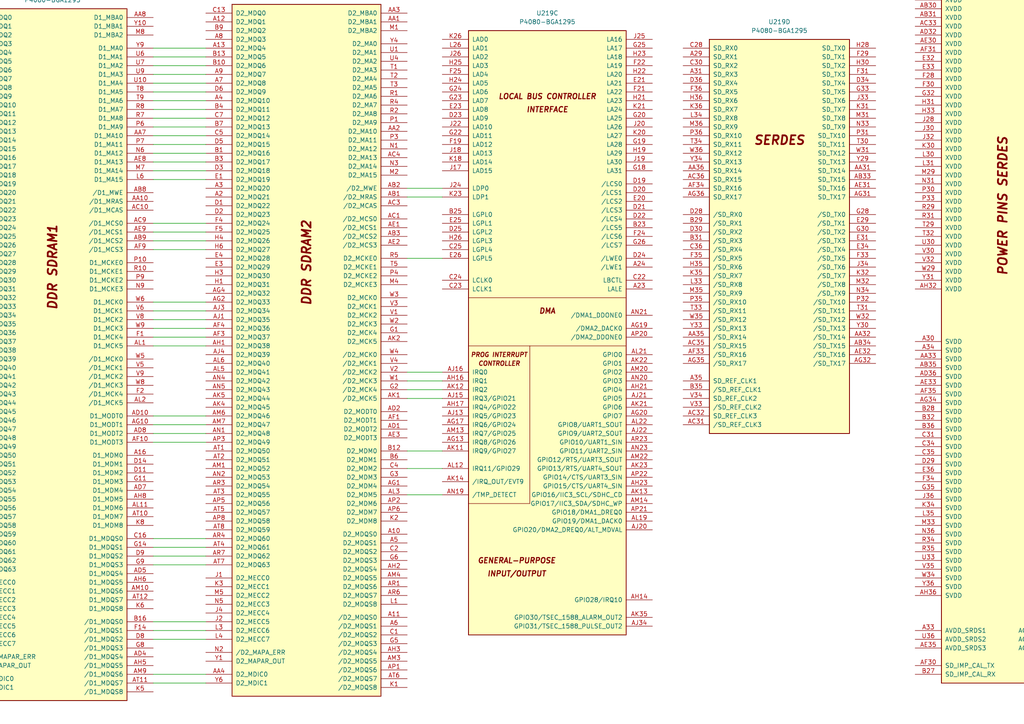
<source format=kicad_sch>
(kicad_sch (version 20250114) (generator "eeschema") (generator_version "9.0")
  (paper "A4")
  (lib_symbols
    (symbol "CPU:P4080-BGA1295" (pin_names (offset 1.016))
      (property "Reference" "U" (at 1.27 19.05 0))
      (property "Value" "P4080-BGA1295" (at 1.27 16.51 0))
      (symbol "P4080-BGA1295_1_1"
        (text "DDR SDRAM1" (at 1.27 26.67 900) (effects (font (size 2.54 2.54) (bold yes) (italic yes))))
        (pin bidirectional line (at -27.94 99.06 0) (length 7.62) (name "D1_MDQ0") (number "A17"))
        (pin bidirectional line (at -27.94 96.52 0) (length 7.62) (name "D1_MDQ1") (number "D17"))
        (pin bidirectional line (at -27.94 93.98 0) (length 7.62) (name "D1_MDQ2") (number "C14"))
        (pin bidirectional line (at -27.94 91.44 0) (length 7.62) (name "D1_MDQ3") (number "A14"))
        (pin bidirectional line (at -27.94 88.9 0) (length 7.62) (name "D1_MDQ4") (number "C17"))
        (pin bidirectional line (at -27.94 86.36 0) (length 7.62) (name "D1_MDQ5") (number "B17"))
        (pin bidirectional line (at -27.94 83.82 0) (length 7.62) (name "D1_MDQ6") (number "A15"))
        (pin bidirectional line (at -27.94 81.28 0) (length 7.62) (name "D1_MDQ7") (number "B15"))
        (pin bidirectional line (at -27.94 78.74 0) (length 7.62) (name "D1_MDQ8") (number "D15"))
        (pin bidirectional line (at -27.94 76.2 0) (length 7.62) (name "D1_MDQ9") (number "G15"))
        (pin bidirectional line (at -27.94 73.66 0) (length 7.62) (name "D1_MDQ10") (number "E12"))
        (pin bidirectional line (at -27.94 71.12 0) (length 7.62) (name "D1_MDQ11") (number "G12"))
        (pin bidirectional line (at -27.94 68.58 0) (length 7.62) (name "D1_MDQ12") (number "F16"))
        (pin bidirectional line (at -27.94 66.04 0) (length 7.62) (name "D1_MDQ13") (number "E15"))
        (pin bidirectional line (at -27.94 63.5 0) (length 7.62) (name "D1_MDQ14") (number "E13"))
        (pin bidirectional line (at -27.94 60.96 0) (length 7.62) (name "D1_MDQ15") (number "F13"))
        (pin bidirectional line (at -27.94 58.42 0) (length 7.62) (name "D1_MDQ16") (number "C8"))
        (pin bidirectional line (at -27.94 55.88 0) (length 7.62) (name "D1_MDQ17") (number "D12"))
        (pin bidirectional line (at -27.94 53.34 0) (length 7.62) (name "D1_MDQ18") (number "E9"))
        (pin bidirectional line (at -27.94 50.8 0) (length 7.62) (name "D1_MDQ19") (number "E10"))
        (pin bidirectional line (at -27.94 48.26 0) (length 7.62) (name "D1_MDQ20") (number "C11"))
        (pin bidirectional line (at -27.94 45.72 0) (length 7.62) (name "D1_MDQ21") (number "C10"))
        (pin bidirectional line (at -27.94 43.18 0) (length 7.62) (name "D1_MDQ22") (number "E6"))
        (pin bidirectional line (at -27.94 40.64 0) (length 7.62) (name "D1_MDQ23") (number "E7"))
        (pin bidirectional line (at -27.94 38.1 0) (length 7.62) (name "D1_MDQ24") (number "F7"))
        (pin bidirectional line (at -27.94 35.56 0) (length 7.62) (name "D1_MDQ25") (number "F11"))
        (pin bidirectional line (at -27.94 33.02 0) (length 7.62) (name "D1_MDQ26") (number "H10"))
        (pin bidirectional line (at -27.94 30.48 0) (length 7.62) (name "D1_MDQ27") (number "J10"))
        (pin bidirectional line (at -27.94 27.94 0) (length 7.62) (name "D1_MDQ28") (number "F10"))
        (pin bidirectional line (at -27.94 25.4 0) (length 7.62) (name "D1_MDQ29") (number "F8"))
        (pin bidirectional line (at -27.94 22.86 0) (length 7.62) (name "D1_MDQ30") (number "H7"))
        (pin bidirectional line (at -27.94 20.32 0) (length 7.62) (name "D1_MDQ31") (number "H9"))
        (pin bidirectional line (at -27.94 17.78 0) (length 7.62) (name "D1_MDQ32") (number "AC7"))
        (pin bidirectional line (at -27.94 15.24 0) (length 7.62) (name "D1_MDQ33") (number "AC6"))
        (pin bidirectional line (at -27.94 12.7 0) (length 7.62) (name "D1_MDQ34") (number "AF6"))
        (pin bidirectional line (at -27.94 10.16 0) (length 7.62) (name "D1_MDQ35") (number "AF7"))
        (pin bidirectional line (at -27.94 7.62 0) (length 7.62) (name "D1_MDQ36") (number "AB5"))
        (pin bidirectional line (at -27.94 5.08 0) (length 7.62) (name "D1_MDQ37") (number "AB6"))
        (pin bidirectional line (at -27.94 2.54 0) (length 7.62) (name "D1_MDQ38") (number "AE5"))
        (pin bidirectional line (at -27.94 0 0) (length 7.62) (name "D1_MDQ39") (number "AE6"))
        (pin bidirectional line (at -27.94 -2.54 0) (length 7.62) (name "D1_MDQ40") (number "AG5"))
        (pin bidirectional line (at -27.94 -5.08 0) (length 7.62) (name "D1_MDQ41") (number "AH9"))
        (pin bidirectional line (at -27.94 -7.62 0) (length 7.62) (name "D1_MDQ42") (number "AJ9"))
        (pin bidirectional line (at -27.94 -10.16 0) (length 7.62) (name "D1_MDQ43") (number "AJ10"))
        (pin bidirectional line (at -27.94 -12.7 0) (length 7.62) (name "D1_MDQ44") (number "AG8"))
        (pin bidirectional line (at -27.94 -15.24 0) (length 7.62) (name "D1_MDQ45") (number "AG7"))
        (pin bidirectional line (at -27.94 -17.78 0) (length 7.62) (name "D1_MDQ46") (number "AJ6"))
        (pin bidirectional line (at -27.94 -20.32 0) (length 7.62) (name "D1_MDQ47") (number "AJ7"))
        (pin bidirectional line (at -27.94 -22.86 0) (length 7.62) (name "D1_MDQ48") (number "AL9"))
        (pin bidirectional line (at -27.94 -25.4 0) (length 7.62) (name "D1_MDQ49") (number "AL8"))
        (pin bidirectional line (at -27.94 -27.94 0) (length 7.62) (name "D1_MDQ50") (number "AN10"))
        (pin bidirectional line (at -27.94 -30.48 0) (length 7.62) (name "D1_MDQ51") (number "AN11"))
        (pin bidirectional line (at -27.94 -33.02 0) (length 7.62) (name "D1_MDQ52") (number "AK8"))
        (pin bidirectional line (at -27.94 -35.56 0) (length 7.62) (name "D1_MDQ53") (number "AK7"))
        (pin bidirectional line (at -27.94 -38.1 0) (length 7.62) (name "D1_MDQ54") (number "AN7"))
        (pin bidirectional line (at -27.94 -40.64 0) (length 7.62) (name "D1_MDQ55") (number "AN8"))
        (pin bidirectional line (at -27.94 -43.18 0) (length 7.62) (name "D1_MDQ56") (number "AT9"))
        (pin bidirectional line (at -27.94 -45.72 0) (length 7.62) (name "D1_MDQ57") (number "AR10"))
        (pin bidirectional line (at -27.94 -48.26 0) (length 7.62) (name "D1_MDQ58") (number "AT13"))
        (pin bidirectional line (at -27.94 -50.8 0) (length 7.62) (name "D1_MDQ59") (number "AR13"))
        (pin bidirectional line (at -27.94 -53.34 0) (length 7.62) (name "D1_MDQ60") (number "AP9"))
        (pin bidirectional line (at -27.94 -55.88 0) (length 7.62) (name "D1_MDQ61") (number "AR9"))
        (pin bidirectional line (at -27.94 -58.42 0) (length 7.62) (name "D1_MDQ62") (number "AR12"))
        (pin bidirectional line (at -27.94 -60.96 0) (length 7.62) (name "D1_MDQ63") (number "AP12"))
        (pin bidirectional line (at -27.94 -64.77 0) (length 7.62) (name "D1_MECC0") (number "K9"))
        (pin bidirectional line (at -27.94 -67.31 0) (length 7.62) (name "D1_MECC1") (number "J5"))
        (pin bidirectional line (at -27.94 -69.85 0) (length 7.62) (name "D1_MECC2") (number "L10"))
        (pin bidirectional line (at -27.94 -72.39 0) (length 7.62) (name "D1_MECC3") (number "M10"))
        (pin bidirectional line (at -27.94 -74.93 0) (length 7.62) (name "D1_MECC4") (number "J8"))
        (pin bidirectional line (at -27.94 -77.47 0) (length 7.62) (name "D1_MECC5") (number "J7"))
        (pin bidirectional line (at -27.94 -80.01 0) (length 7.62) (name "D1_MECC6") (number "L7"))
        (pin bidirectional line (at -27.94 -82.55 0) (length 7.62) (name "D1_MECC7") (number "L9"))
        (pin input line (at -27.94 -86.36 0) (length 7.62) (name "/D1_MAPAR_ERR") (number "N8"))
        (pin output line (at -27.94 -88.9 0) (length 7.62) (name "D1_MAPAR_OUT") (number "Y7"))
        (pin bidirectional line (at -27.94 -92.71 0) (length 7.62) (name "D1_MDIC0") (number "T6"))
        (pin bidirectional line (at -27.94 -95.25 0) (length 7.62) (name "D1_MDIC1") (number "AA5"))
        (pin output line (at 30.48 99.06 180) (length 7.62) (name "D1_MBA0") (number "AA8"))
        (pin output line (at 30.48 96.52 180) (length 7.62) (name "D1_MBA1") (number "Y10"))
        (pin output line (at 30.48 93.98 180) (length 7.62) (name "D1_MBA2") (number "M8"))
        (pin output line (at 30.48 90.17 180) (length 7.62) (name "D1_MA0") (number "Y9"))
        (pin output line (at 30.48 87.63 180) (length 7.62) (name "D1_MA1") (number "U6"))
        (pin output line (at 30.48 85.09 180) (length 7.62) (name "D1_MA2") (number "U7"))
        (pin output line (at 30.48 82.55 180) (length 7.62) (name "D1_MA3") (number "U9"))
        (pin output line (at 30.48 80.01 180) (length 7.62) (name "D1_MA4") (number "U10"))
        (pin output line (at 30.48 77.47 180) (length 7.62) (name "D1_MA5") (number "T8"))
        (pin output line (at 30.48 74.93 180) (length 7.62) (name "D1_MA6") (number "T9"))
        (pin output line (at 30.48 72.39 180) (length 7.62) (name "D1_MA7") (number "R8"))
        (pin output line (at 30.48 69.85 180) (length 7.62) (name "D1_MA8") (number "R7"))
        (pin output line (at 30.48 67.31 180) (length 7.62) (name "D1_MA9") (number "P6"))
        (pin output line (at 30.48 64.77 180) (length 7.62) (name "D1_MA10") (number "AA7"))
        (pin output line (at 30.48 62.23 180) (length 7.62) (name "D1_MA11") (number "P7"))
        (pin output line (at 30.48 59.69 180) (length 7.62) (name "D1_MA12") (number "N6"))
        (pin output line (at 30.48 57.15 180) (length 7.62) (name "D1_MA13") (number "AE8"))
        (pin output line (at 30.48 54.61 180) (length 7.62) (name "D1_MA14") (number "M7"))
        (pin output line (at 30.48 52.07 180) (length 7.62) (name "D1_MA15") (number "L6"))
        (pin output line (at 30.48 48.26 180) (length 7.62) (name "/D1_MWE") (number "AB8"))
        (pin output line (at 30.48 45.72 180) (length 7.62) (name "/D1_MRAS") (number "AA10"))
        (pin output line (at 30.48 43.18 180) (length 7.62) (name "/D1_MCAS") (number "AC10"))
        (pin output line (at 30.48 39.37 180) (length 7.62) (name "/D1_MCS0") (number "AC9"))
        (pin output line (at 30.48 36.83 180) (length 7.62) (name "/D1_MCS1") (number "AE9"))
        (pin output line (at 30.48 34.29 180) (length 7.62) (name "/D1_MCS2") (number "AB9"))
        (pin output line (at 30.48 31.75 180) (length 7.62) (name "/D1_MCS3") (number "AF9"))
        (pin output line (at 30.48 27.94 180) (length 7.62) (name "D1_MCKE0") (number "P10"))
        (pin output line (at 30.48 25.4 180) (length 7.62) (name "D1_MCKE1") (number "R10"))
        (pin output line (at 30.48 22.86 180) (length 7.62) (name "D1_MCKE2") (number "P9"))
        (pin output line (at 30.48 20.32 180) (length 7.62) (name "D1_MCKE3") (number "N9"))
        (pin output line (at 30.48 16.51 180) (length 7.62) (name "D1_MCK0") (number "W6"))
        (pin output line (at 30.48 13.97 180) (length 7.62) (name "D1_MCK1") (number "V6"))
        (pin output line (at 30.48 11.43 180) (length 7.62) (name "D1_MCK2") (number "V8"))
        (pin output line (at 30.48 8.89 180) (length 7.62) (name "D1_MCK3") (number "W9"))
        (pin output line (at 30.48 6.35 180) (length 7.62) (name "D1_MCK4") (number "F1"))
        (pin output line (at 30.48 3.81 180) (length 7.62) (name "D1_MCK5") (number "AL1"))
        (pin output line (at 30.48 0 180) (length 7.62) (name "/D1_MCK0") (number "W5"))
        (pin output line (at 30.48 -2.54 180) (length 7.62) (name "/D1_MCK1") (number "V5"))
        (pin output line (at 30.48 -5.08 180) (length 7.62) (name "/D1_MCK2") (number "V9"))
        (pin output line (at 30.48 -7.62 180) (length 7.62) (name "/D1_MCK3") (number "W8"))
        (pin output line (at 30.48 -10.16 180) (length 7.62) (name "/D1_MCK4") (number "F2"))
        (pin output line (at 30.48 -12.7 180) (length 7.62) (name "/D1_MCK5") (number "AL2"))
        (pin output line (at 30.48 -16.51 180) (length 7.62) (name "D1_MODT0") (number "AD10"))
        (pin output line (at 30.48 -19.05 180) (length 7.62) (name "D1_MODT1") (number "AG10"))
        (pin output line (at 30.48 -21.59 180) (length 7.62) (name "D1_MODT2") (number "AD8"))
        (pin output line (at 30.48 -24.13 180) (length 7.62) (name "D1_MODT3") (number "AF10"))
        (pin output line (at 30.48 -27.94 180) (length 7.62) (name "D1_MDM0") (number "A16"))
        (pin output line (at 30.48 -30.48 180) (length 7.62) (name "D1_MDM1") (number "D14"))
        (pin output line (at 30.48 -33.02 180) (length 7.62) (name "D1_MDM2") (number "D11"))
        (pin output line (at 30.48 -35.56 180) (length 7.62) (name "D1_MDM3") (number "G11"))
        (pin output line (at 30.48 -38.1 180) (length 7.62) (name "D1_MDM4") (number "AD7"))
        (pin output line (at 30.48 -40.64 180) (length 7.62) (name "D1_MDM5") (number "AH8"))
        (pin output line (at 30.48 -43.18 180) (length 7.62) (name "D1_MDM6") (number "AL11"))
        (pin output line (at 30.48 -45.72 180) (length 7.62) (name "D1_MDM7") (number "AT10"))
        (pin output line (at 30.48 -48.26 180) (length 7.62) (name "D1_MDM8") (number "K8"))
        (pin bidirectional line (at 30.48 -52.07 180) (length 7.62) (name "D1_MDQS0") (number "C16"))
        (pin bidirectional line (at 30.48 -54.61 180) (length 7.62) (name "D1_MDQS1") (number "G14"))
        (pin bidirectional line (at 30.48 -57.15 180) (length 7.62) (name "D1_MDQS2") (number "D9"))
        (pin bidirectional line (at 30.48 -59.69 180) (length 7.62) (name "D1_MDQS3") (number "G9"))
        (pin bidirectional line (at 30.48 -62.23 180) (length 7.62) (name "D1_MDQS4") (number "AD5"))
        (pin bidirectional line (at 30.48 -64.77 180) (length 7.62) (name "D1_MDQS5") (number "AH6"))
        (pin bidirectional line (at 30.48 -67.31 180) (length 7.62) (name "D1_MDQS6") (number "AM10"))
        (pin bidirectional line (at 30.48 -69.85 180) (length 7.62) (name "D1_MDQS7") (number "AT12"))
        (pin bidirectional line (at 30.48 -72.39 180) (length 7.62) (name "D1_MDQS8") (number "K6"))
        (pin bidirectional line (at 30.48 -76.2 180) (length 7.62) (name "/D1_MDQS0") (number "B16"))
        (pin bidirectional line (at 30.48 -78.74 180) (length 7.62) (name "/D1_MDQS1") (number "F14"))
        (pin bidirectional line (at 30.48 -81.28 180) (length 7.62) (name "/D1_MDQS2") (number "D8"))
        (pin bidirectional line (at 30.48 -83.82 180) (length 7.62) (name "/D1_MDQS3") (number "G8"))
        (pin bidirectional line (at 30.48 -86.36 180) (length 7.62) (name "/D1_MDQS4") (number "AD4"))
        (pin bidirectional line (at 30.48 -88.9 180) (length 7.62) (name "/D1_MDQS5") (number "AH5"))
        (pin bidirectional line (at 30.48 -91.44 180) (length 7.62) (name "/D1_MDQS6") (number "AM9"))
        (pin bidirectional line (at 30.48 -93.98 180) (length 7.62) (name "/D1_MDQS7") (number "AT11"))
        (pin bidirectional line (at 30.48 -96.52 180) (length 7.62) (name "/D1_MDQS8") (number "K5"))
      )
      (symbol "P4080-BGA1295_2_1"
        (text "DDR SDRAM2" (at 1.27 26.67 900) (effects (font (size 2.54 2.54) (bold yes) (italic yes))))
        (pin bidirectional line (at -27.94 99.06 0) (length 7.62) (name "D2_MDQ0") (number "C13"))
        (pin bidirectional line (at -27.94 96.52 0) (length 7.62) (name "D2_MDQ1") (number "A12"))
        (pin bidirectional line (at -27.94 93.98 0) (length 7.62) (name "D2_MDQ2") (number "B9"))
        (pin bidirectional line (at -27.94 91.44 0) (length 7.62) (name "D2_MDQ3") (number "A8"))
        (pin bidirectional line (at -27.94 88.9 0) (length 7.62) (name "D2_MDQ4") (number "A13"))
        (pin bidirectional line (at -27.94 86.36 0) (length 7.62) (name "D2_MDQ5") (number "B13"))
        (pin bidirectional line (at -27.94 83.82 0) (length 7.62) (name "D2_MDQ6") (number "B10"))
        (pin bidirectional line (at -27.94 81.28 0) (length 7.62) (name "D2_MDQ7") (number "A9"))
        (pin bidirectional line (at -27.94 78.74 0) (length 7.62) (name "D2_MDQ8") (number "A7"))
        (pin bidirectional line (at -27.94 76.2 0) (length 7.62) (name "D2_MDQ9") (number "D6"))
        (pin bidirectional line (at -27.94 73.66 0) (length 7.62) (name "D2_MDQ10") (number "A4"))
        (pin bidirectional line (at -27.94 71.12 0) (length 7.62) (name "D2_MDQ11") (number "B4"))
        (pin bidirectional line (at -27.94 68.58 0) (length 7.62) (name "D2_MDQ12") (number "C7"))
        (pin bidirectional line (at -27.94 66.04 0) (length 7.62) (name "D2_MDQ13") (number "B7"))
        (pin bidirectional line (at -27.94 63.5 0) (length 7.62) (name "D2_MDQ14") (number "C5"))
        (pin bidirectional line (at -27.94 60.96 0) (length 7.62) (name "D2_MDQ15") (number "D5"))
        (pin bidirectional line (at -27.94 58.42 0) (length 7.62) (name "D2_MDQ16") (number "B1"))
        (pin bidirectional line (at -27.94 55.88 0) (length 7.62) (name "D2_MDQ17") (number "B3"))
        (pin bidirectional line (at -27.94 53.34 0) (length 7.62) (name "D2_MDQ18") (number "D3"))
        (pin bidirectional line (at -27.94 50.8 0) (length 7.62) (name "D2_MDQ19") (number "E1"))
        (pin bidirectional line (at -27.94 48.26 0) (length 7.62) (name "D2_MDQ20") (number "A3"))
        (pin bidirectional line (at -27.94 45.72 0) (length 7.62) (name "D2_MDQ21") (number "A2"))
        (pin bidirectional line (at -27.94 43.18 0) (length 7.62) (name "D2_MDQ22") (number "D1"))
        (pin bidirectional line (at -27.94 40.64 0) (length 7.62) (name "D2_MDQ23") (number "D2"))
        (pin bidirectional line (at -27.94 38.1 0) (length 7.62) (name "D2_MDQ24") (number "F4"))
        (pin bidirectional line (at -27.94 35.56 0) (length 7.62) (name "D2_MDQ25") (number "F5"))
        (pin bidirectional line (at -27.94 33.02 0) (length 7.62) (name "D2_MDQ26") (number "H4"))
        (pin bidirectional line (at -27.94 30.48 0) (length 7.62) (name "D2_MDQ27") (number "H6"))
        (pin bidirectional line (at -27.94 27.94 0) (length 7.62) (name "D2_MDQ28") (number "E4"))
        (pin bidirectional line (at -27.94 25.4 0) (length 7.62) (name "D2_MDQ29") (number "E3"))
        (pin bidirectional line (at -27.94 22.86 0) (length 7.62) (name "D2_MDQ30") (number "H3"))
        (pin bidirectional line (at -27.94 20.32 0) (length 7.62) (name "D2_MDQ31") (number "H1"))
        (pin bidirectional line (at -27.94 17.78 0) (length 7.62) (name "D2_MDQ32") (number "AG4"))
        (pin bidirectional line (at -27.94 15.24 0) (length 7.62) (name "D2_MDQ33") (number "AG2"))
        (pin bidirectional line (at -27.94 12.7 0) (length 7.62) (name "D2_MDQ34") (number "AJ3"))
        (pin bidirectional line (at -27.94 10.16 0) (length 7.62) (name "D2_MDQ35") (number "AJ1"))
        (pin bidirectional line (at -27.94 7.62 0) (length 7.62) (name "D2_MDQ36") (number "AF4"))
        (pin bidirectional line (at -27.94 5.08 0) (length 7.62) (name "D2_MDQ37") (number "AF3"))
        (pin bidirectional line (at -27.94 2.54 0) (length 7.62) (name "D2_MDQ38") (number "AH1"))
        (pin bidirectional line (at -27.94 0 0) (length 7.62) (name "D2_MDQ39") (number "AJ4"))
        (pin bidirectional line (at -27.94 -2.54 0) (length 7.62) (name "D2_MDQ40") (number "AL6"))
        (pin bidirectional line (at -27.94 -5.08 0) (length 7.62) (name "D2_MDQ41") (number "AL5"))
        (pin bidirectional line (at -27.94 -7.62 0) (length 7.62) (name "D2_MDQ42") (number "AN4"))
        (pin bidirectional line (at -27.94 -10.16 0) (length 7.62) (name "D2_MDQ43") (number "AN5"))
        (pin bidirectional line (at -27.94 -12.7 0) (length 7.62) (name "D2_MDQ44") (number "AK5"))
        (pin bidirectional line (at -27.94 -15.24 0) (length 7.62) (name "D2_MDQ45") (number "AK4"))
        (pin bidirectional line (at -27.94 -17.78 0) (length 7.62) (name "D2_MDQ46") (number "AM6"))
        (pin bidirectional line (at -27.94 -20.32 0) (length 7.62) (name "D2_MDQ47") (number "AM7"))
        (pin bidirectional line (at -27.94 -22.86 0) (length 7.62) (name "D2_MDQ48") (number "AN1"))
        (pin bidirectional line (at -27.94 -25.4 0) (length 7.62) (name "D2_MDQ49") (number "AP3"))
        (pin bidirectional line (at -27.94 -27.94 0) (length 7.62) (name "D2_MDQ50") (number "AT1"))
        (pin bidirectional line (at -27.94 -30.48 0) (length 7.62) (name "D2_MDQ51") (number "AT2"))
        (pin bidirectional line (at -27.94 -33.02 0) (length 7.62) (name "D2_MDQ52") (number "AM1"))
        (pin bidirectional line (at -27.94 -35.56 0) (length 7.62) (name "D2_MDQ53") (number "AN2"))
        (pin bidirectional line (at -27.94 -38.1 0) (length 7.62) (name "D2_MDQ54") (number "AR3"))
        (pin bidirectional line (at -27.94 -40.64 0) (length 7.62) (name "D2_MDQ55") (number "AT3"))
        (pin bidirectional line (at -27.94 -43.18 0) (length 7.62) (name "D2_MDQ56") (number "AP5"))
        (pin bidirectional line (at -27.94 -45.72 0) (length 7.62) (name "D2_MDQ57") (number "AT5"))
        (pin bidirectional line (at -27.94 -48.26 0) (length 7.62) (name "D2_MDQ58") (number "AP8"))
        (pin bidirectional line (at -27.94 -50.8 0) (length 7.62) (name "D2_MDQ59") (number "AT8"))
        (pin bidirectional line (at -27.94 -53.34 0) (length 7.62) (name "D2_MDQ60") (number "AR4"))
        (pin bidirectional line (at -27.94 -55.88 0) (length 7.62) (name "D2_MDQ61") (number "AT4"))
        (pin bidirectional line (at -27.94 -58.42 0) (length 7.62) (name "D2_MDQ62") (number "AR7"))
        (pin bidirectional line (at -27.94 -60.96 0) (length 7.62) (name "D2_MDQ63") (number "AT7"))
        (pin bidirectional line (at -27.94 -64.77 0) (length 7.62) (name "D2_MECC0") (number "J1"))
        (pin bidirectional line (at -27.94 -67.31 0) (length 7.62) (name "D2_MECC1") (number "K3"))
        (pin bidirectional line (at -27.94 -69.85 0) (length 7.62) (name "D2_MECC2") (number "M5"))
        (pin bidirectional line (at -27.94 -72.39 0) (length 7.62) (name "D2_MECC3") (number "N5"))
        (pin bidirectional line (at -27.94 -74.93 0) (length 7.62) (name "D2_MECC4") (number "J4"))
        (pin bidirectional line (at -27.94 -77.47 0) (length 7.62) (name "D2_MECC5") (number "J2"))
        (pin bidirectional line (at -27.94 -80.01 0) (length 7.62) (name "D2_MECC6") (number "L3"))
        (pin bidirectional line (at -27.94 -82.55 0) (length 7.62) (name "D2_MECC7") (number "L4"))
        (pin input line (at -27.94 -86.36 0) (length 7.62) (name "/D2_MAPA_ERR") (number "N2"))
        (pin output line (at -27.94 -88.9 0) (length 7.62) (name "D2_MAPAR_OUT") (number "Y1"))
        (pin bidirectional line (at -27.94 -92.71 0) (length 7.62) (name "D2_MDIC0") (number "AA4"))
        (pin bidirectional line (at -27.94 -95.25 0) (length 7.62) (name "D2_MDIC1") (number "Y6"))
        (pin output line (at 30.48 99.06 180) (length 7.62) (name "D2_MBA0") (number "AA3"))
        (pin output line (at 30.48 96.52 180) (length 7.62) (name "D2_MBA1") (number "AA1"))
        (pin output line (at 30.48 93.98 180) (length 7.62) (name "D2_MBA2") (number "M1"))
        (pin output line (at 30.48 90.17 180) (length 7.62) (name "D2_MA0") (number "Y4"))
        (pin output line (at 30.48 87.63 180) (length 7.62) (name "D2_MA1") (number "U1"))
        (pin output line (at 30.48 85.09 180) (length 7.62) (name "D2_MA2") (number "U4"))
        (pin output line (at 30.48 82.55 180) (length 7.62) (name "D2_MA3") (number "T1"))
        (pin output line (at 30.48 80.01 180) (length 7.62) (name "D2_MA4") (number "T2"))
        (pin output line (at 30.48 77.47 180) (length 7.62) (name "D2_MA5") (number "T3"))
        (pin output line (at 30.48 74.93 180) (length 7.62) (name "D2_MA6") (number "R1"))
        (pin output line (at 30.48 72.39 180) (length 7.62) (name "D2_MA7") (number "R4"))
        (pin output line (at 30.48 69.85 180) (length 7.62) (name "D2_MA8") (number "R2"))
        (pin output line (at 30.48 67.31 180) (length 7.62) (name "D2_MA9") (number "P1"))
        (pin output line (at 30.48 64.77 180) (length 7.62) (name "D2_MA10") (number "AA2"))
        (pin output line (at 30.48 62.23 180) (length 7.62) (name "D2_MA11") (number "P3"))
        (pin output line (at 30.48 59.69 180) (length 7.62) (name "D2_MA12") (number "N1"))
        (pin output line (at 30.48 57.15 180) (length 7.62) (name "D2_MA13") (number "AC4"))
        (pin output line (at 30.48 54.61 180) (length 7.62) (name "D2_MA14") (number "N3"))
        (pin output line (at 30.48 52.07 180) (length 7.62) (name "D2_MA15") (number "M2"))
        (pin output line (at 30.48 48.26 180) (length 7.62) (name "/D2_MWE") (number "AB2"))
        (pin output line (at 30.48 45.72 180) (length 7.62) (name "/D2_MRAS") (number "AB1"))
        (pin output line (at 30.48 43.18 180) (length 7.62) (name "/D2_MCAS") (number "AC3"))
        (pin output line (at 30.48 39.37 180) (length 7.62) (name "/D2_MCS0") (number "AC1"))
        (pin output line (at 30.48 36.83 180) (length 7.62) (name "/D2_MCS1") (number "AE1"))
        (pin output line (at 30.48 34.29 180) (length 7.62) (name "/D2_MCS2") (number "AB3"))
        (pin output line (at 30.48 31.75 180) (length 7.62) (name "/D2_MCS3") (number "AE2"))
        (pin output line (at 30.48 27.94 180) (length 7.62) (name "D2_MCKE0") (number "R5"))
        (pin output line (at 30.48 25.4 180) (length 7.62) (name "D2_MCKE1") (number "T5"))
        (pin output line (at 30.48 22.86 180) (length 7.62) (name "D2_MCKE2") (number "P4"))
        (pin output line (at 30.48 20.32 180) (length 7.62) (name "D2_MCKE3") (number "M4"))
        (pin output line (at 30.48 16.51 180) (length 7.62) (name "D2_MCK0") (number "W3"))
        (pin output line (at 30.48 13.97 180) (length 7.62) (name "D2_MCK1") (number "V3"))
        (pin output line (at 30.48 11.43 180) (length 7.62) (name "D2_MCK2") (number "V1"))
        (pin output line (at 30.48 8.89 180) (length 7.62) (name "D2_MCK3") (number "W2"))
        (pin output line (at 30.48 6.35 180) (length 7.62) (name "D2_MCK4") (number "G1"))
        (pin output line (at 30.48 3.81 180) (length 7.62) (name "D2_MCK5") (number "AK2"))
        (pin output line (at 30.48 0 180) (length 7.62) (name "/D2_MCK0") (number "W4"))
        (pin output line (at 30.48 -2.54 180) (length 7.62) (name "/D2_MCK1") (number "V4"))
        (pin output line (at 30.48 -5.08 180) (length 7.62) (name "/D2_MCK2") (number "V2"))
        (pin output line (at 30.48 -7.62 180) (length 7.62) (name "/D2_MCK3") (number "W1"))
        (pin output line (at 30.48 -10.16 180) (length 7.62) (name "/D2_MCK4") (number "G2"))
        (pin output line (at 30.48 -12.7 180) (length 7.62) (name "/D2_MCK5") (number "AK1"))
        (pin output line (at 30.48 -16.51 180) (length 7.62) (name "D2_MODT0") (number "AD2"))
        (pin output line (at 30.48 -19.05 180) (length 7.62) (name "D2_MODT1") (number "AF1"))
        (pin output line (at 30.48 -21.59 180) (length 7.62) (name "D2_MODT2") (number "AD1"))
        (pin output line (at 30.48 -24.13 180) (length 7.62) (name "D2_MODT3") (number "AE3"))
        (pin output line (at 30.48 -27.94 180) (length 7.62) (name "D2_MDM0") (number "B12"))
        (pin output line (at 30.48 -30.48 180) (length 7.62) (name "D2_MDM1") (number "B6"))
        (pin output line (at 30.48 -33.02 180) (length 7.62) (name "D2_MDM2") (number "C4"))
        (pin output line (at 30.48 -35.56 180) (length 7.62) (name "D2_MDM3") (number "G3"))
        (pin output line (at 30.48 -38.1 180) (length 7.62) (name "D2_MDM4") (number "AG1"))
        (pin output line (at 30.48 -40.64 180) (length 7.62) (name "D2_MDM5") (number "AL3"))
        (pin output line (at 30.48 -43.18 180) (length 7.62) (name "D2_MDM6") (number "AP2"))
        (pin output line (at 30.48 -45.72 180) (length 7.62) (name "D2_MDM7") (number "AP6"))
        (pin output line (at 30.48 -48.26 180) (length 7.62) (name "D2_MDM8") (number "K2"))
        (pin bidirectional line (at 30.48 -52.07 180) (length 7.62) (name "D2_MDQS0") (number "A10"))
        (pin bidirectional line (at 30.48 -54.61 180) (length 7.62) (name "D2_MDQS1") (number "A5"))
        (pin bidirectional line (at 30.48 -57.15 180) (length 7.62) (name "D2_MDQS2") (number "C2"))
        (pin bidirectional line (at 30.48 -59.69 180) (length 7.62) (name "D2_MDQS3") (number "G6"))
        (pin bidirectional line (at 30.48 -62.23 180) (length 7.62) (name "D2_MDQS4") (number "AH2"))
        (pin bidirectional line (at 30.48 -64.77 180) (length 7.62) (name "D2_MDQS5") (number "AM4"))
        (pin bidirectional line (at 30.48 -67.31 180) (length 7.62) (name "D2_MDQS6") (number "AR1"))
        (pin bidirectional line (at 30.48 -69.85 180) (length 7.62) (name "D2_MDQS7") (number "AR6"))
        (pin bidirectional line (at 30.48 -72.39 180) (length 7.62) (name "D2_MDQS8") (number "L1"))
        (pin bidirectional line (at 30.48 -76.2 180) (length 7.62) (name "/D2_MDQS0") (number "A11"))
        (pin bidirectional line (at 30.48 -78.74 180) (length 7.62) (name "/D2_MDQS1") (number "A6"))
        (pin bidirectional line (at 30.48 -81.28 180) (length 7.62) (name "/D2_MDQS2") (number "C1"))
        (pin bidirectional line (at 30.48 -83.82 180) (length 7.62) (name "/D2_MDQS3") (number "G5"))
        (pin bidirectional line (at 30.48 -86.36 180) (length 7.62) (name "/D2_MDQS4") (number "AH3"))
        (pin bidirectional line (at 30.48 -88.9 180) (length 7.62) (name "/D2_MDQS5") (number "AM3"))
        (pin bidirectional line (at 30.48 -91.44 180) (length 7.62) (name "/D2_MDQS6") (number "AP1"))
        (pin bidirectional line (at 30.48 -93.98 180) (length 7.62) (name "/D2_MDQS7") (number "AT6"))
        (pin bidirectional line (at 30.48 -96.52 180) (length 7.62) (name "/D2_MDQS8") (number "K1"))
      )
      (symbol "P4080-BGA1295_3_1"
        (text "PROG INTERRUPT" (at -13.97 -5.08 0) (effects (font (size 1.27 1.27) (bold yes) (italic yes))))
        (text "CONTROLLER" (at -13.97 -7.62 0) (effects (font (size 1.27 1.27) (bold yes) (italic yes))))
        (text "GENERAL-PURPOSE" (at -8.89 -64.77 0) (effects (font (size 1.524 1.524) (bold yes) (italic yes))))
        (text "INPUT/OUTPUT" (at -8.89 -68.58 0) (effects (font (size 1.524 1.524) (bold yes) (italic yes))))
        (text "LOCAL BUS CONTROLLER" (at 0 69.85 0) (effects (font (size 1.524 1.524) (bold yes) (italic yes))))
        (text "INTERFACE" (at 0 66.04 0) (effects (font (size 1.524 1.524) (bold yes) (italic yes))))
        (text "DMA" (at 0 7.62 0) (effects (font (size 1.524 1.524) (bold yes) (italic yes))))
        (pin bidirectional line (at -30.48 86.36 0) (length 7.62) (name "LAD0") (number "K26"))
        (pin bidirectional line (at -30.48 83.82 0) (length 7.62) (name "LAD1") (number "L26"))
        (pin bidirectional line (at -30.48 81.28 0) (length 7.62) (name "LAD2") (number "J26"))
        (pin bidirectional line (at -30.48 78.74 0) (length 7.62) (name "LAD3") (number "H25"))
        (pin bidirectional line (at -30.48 76.2 0) (length 7.62) (name "LAD4") (number "F25"))
        (pin bidirectional line (at -30.48 73.66 0) (length 7.62) (name "LAD5") (number "H24"))
        (pin bidirectional line (at -30.48 71.12 0) (length 7.62) (name "LAD6") (number "G24"))
        (pin bidirectional line (at -30.48 68.58 0) (length 7.62) (name "LAD7") (number "G23"))
        (pin bidirectional line (at -30.48 66.04 0) (length 7.62) (name "LAD8") (number "E23"))
        (pin bidirectional line (at -30.48 63.5 0) (length 7.62) (name "LAD9") (number "D23"))
        (pin bidirectional line (at -30.48 60.96 0) (length 7.62) (name "LAD10") (number "J22"))
        (pin bidirectional line (at -30.48 58.42 0) (length 7.62) (name "LAD11") (number "G22"))
        (pin bidirectional line (at -30.48 55.88 0) (length 7.62) (name "LAD12") (number "F19"))
        (pin bidirectional line (at -30.48 53.34 0) (length 7.62) (name "LAD13") (number "J18"))
        (pin bidirectional line (at -30.48 50.8 0) (length 7.62) (name "LAD14") (number "K18"))
        (pin bidirectional line (at -30.48 48.26 0) (length 7.62) (name "LAD15") (number "J17"))
        (pin bidirectional line (at -30.48 43.18 0) (length 7.62) (name "LDP0") (number "J24"))
        (pin bidirectional line (at -30.48 40.64 0) (length 7.62) (name "LDP1") (number "K23"))
        (pin output line (at -30.48 35.56 0) (length 7.62) (name "LGPL0") (number "B25"))
        (pin output line (at -30.48 33.02 0) (length 7.62) (name "LGPL1") (number "E25"))
        (pin output line (at -30.48 30.48 0) (length 7.62) (name "LGPL2") (number "D25"))
        (pin output line (at -30.48 27.94 0) (length 7.62) (name "LGPL3") (number "H26"))
        (pin bidirectional line (at -30.48 25.4 0) (length 7.62) (name "LGPL4") (number "C25"))
        (pin output line (at -30.48 22.86 0) (length 7.62) (name "LGPL5") (number "E26"))
        (pin output line (at -30.48 16.51 0) (length 7.62) (name "LCLK0") (number "C24"))
        (pin output line (at -30.48 13.97 0) (length 7.62) (name "LCLK1") (number "C23"))
        (pin input line (at -30.48 -10.16 0) (length 7.62) (name "IRQ0") (number "AJ16"))
        (pin input line (at -30.48 -12.7 0) (length 7.62) (name "IRQ1") (number "AH16"))
        (pin input line (at -30.48 -15.24 0) (length 7.62) (name "IRQ2") (number "AK12"))
        (pin input line (at -30.48 -17.78 0) (length 7.62) (name "IRQ3/GPIO21") (number "AJ15"))
        (pin input line (at -30.48 -20.32 0) (length 7.62) (name "IRQ4/GPIO22") (number "AH17"))
        (pin input line (at -30.48 -22.86 0) (length 7.62) (name "IRQ5/GPIO23") (number "AJ13"))
        (pin input line (at -30.48 -25.4 0) (length 7.62) (name "IRQ6/GPIO24") (number "AG17"))
        (pin input line (at -30.48 -27.94 0) (length 7.62) (name "IRQ7/GPIO25") (number "AM13"))
        (pin input line (at -30.48 -30.48 0) (length 7.62) (name "IRQ8/GPIO26") (number "AG13"))
        (pin input line (at -30.48 -33.02 0) (length 7.62) (name "IRQ9/GPIO27") (number "AK11"))
        (pin input line (at -30.48 -38.1 0) (length 7.62) (name "IRQ11/GPIO29") (number "AL12"))
        (pin output line (at -30.48 -41.91 0) (length 7.62) (name "/IRQ_OUT/EVT9") (number "AK14"))
        (pin input line (at -30.48 -45.72 0) (length 7.62) (name "/TMP_DETECT") (number "AN19"))
        (pin output line (at 30.48 86.36 180) (length 7.62) (name "LA16") (number "J25"))
        (pin output line (at 30.48 83.82 180) (length 7.62) (name "LA17") (number "G25"))
        (pin output line (at 30.48 81.28 180) (length 7.62) (name "LA18") (number "H23"))
        (pin output line (at 30.48 78.74 180) (length 7.62) (name "LA19") (number "F22"))
        (pin output line (at 30.48 76.2 180) (length 7.62) (name "LA20") (number "H22"))
        (pin output line (at 30.48 73.66 180) (length 7.62) (name "LA21") (number "E21"))
        (pin output line (at 30.48 71.12 180) (length 7.62) (name "LA22") (number "F21"))
        (pin output line (at 30.48 68.58 180) (length 7.62) (name "LA23") (number "H21"))
        (pin output line (at 30.48 66.04 180) (length 7.62) (name "LA24") (number "K21"))
        (pin output line (at 30.48 63.5 180) (length 7.62) (name "LA25") (number "G20"))
        (pin output line (at 30.48 60.96 180) (length 7.62) (name "LA26") (number "J20"))
        (pin output line (at 30.48 58.42 180) (length 7.62) (name "LA27") (number "K20"))
        (pin output line (at 30.48 55.88 180) (length 7.62) (name "LA28") (number "G19"))
        (pin output line (at 30.48 53.34 180) (length 7.62) (name "LA29") (number "H19"))
        (pin output line (at 30.48 50.8 180) (length 7.62) (name "LA30") (number "J19"))
        (pin output line (at 30.48 48.26 180) (length 7.62) (name "LA31") (number "G18"))
        (pin output line (at 30.48 44.45 180) (length 7.62) (name "/LCS0") (number "D19"))
        (pin output line (at 30.48 41.91 180) (length 7.62) (name "/LCS1") (number "D20"))
        (pin output line (at 30.48 39.37 180) (length 7.62) (name "/LCS2") (number "E20"))
        (pin output line (at 30.48 36.83 180) (length 7.62) (name "/LCS3") (number "D21"))
        (pin output line (at 30.48 34.29 180) (length 7.62) (name "/LCS4") (number "D22"))
        (pin output line (at 30.48 31.75 180) (length 7.62) (name "/LCS5") (number "B23"))
        (pin output line (at 30.48 29.21 180) (length 7.62) (name "/LCS6") (number "F24"))
        (pin output line (at 30.48 26.67 180) (length 7.62) (name "/LCS7") (number "G26"))
        (pin output line (at 30.48 22.86 180) (length 7.62) (name "/LWE0") (number "D24"))
        (pin output line (at 30.48 20.32 180) (length 7.62) (name "/LWE1") (number "A24"))
        (pin output line (at 30.48 16.51 180) (length 7.62) (name "LBCTL") (number "C22"))
        (pin bidirectional line (at 30.48 13.97 180) (length 7.62) (name "LALE") (number "A23"))
        (pin output line (at 30.48 6.35 180) (length 7.62) (name "/DMA1_DDONE0") (number "AN21"))
        (pin output line (at 30.48 2.54 180) (length 7.62) (name "/DMA2_DACK0") (number "AG19"))
        (pin output line (at 30.48 0 180) (length 7.62) (name "/DMA2_DDONE0") (number "AP20"))
        (pin bidirectional line (at 30.48 -5.08 180) (length 7.62) (name "GPIO0") (number "AL21"))
        (pin bidirectional line (at 30.48 -7.62 180) (length 7.62) (name "GPIO1") (number "AK22"))
        (pin bidirectional line (at 30.48 -10.16 180) (length 7.62) (name "GPIO2") (number "AM20"))
        (pin bidirectional line (at 30.48 -12.7 180) (length 7.62) (name "GPIO3") (number "AN20"))
        (pin bidirectional line (at 30.48 -15.24 180) (length 7.62) (name "GPIO4") (number "AH21"))
        (pin bidirectional line (at 30.48 -17.78 180) (length 7.62) (name "GPIO5") (number "AJ21"))
        (pin bidirectional line (at 30.48 -20.32 180) (length 7.62) (name "GPIO6") (number "AK21"))
        (pin bidirectional line (at 30.48 -22.86 180) (length 7.62) (name "GPIO7") (number "AG20"))
        (pin bidirectional line (at 30.48 -25.4 180) (length 7.62) (name "GPIO8/UART1_SOUT") (number "AL22"))
        (pin bidirectional line (at 30.48 -27.94 180) (length 7.62) (name "GPIO9/UART2_SOUT") (number "AJ22"))
        (pin bidirectional line (at 30.48 -30.48 180) (length 7.62) (name "GPIO10/UART1_SIN") (number "AR23"))
        (pin bidirectional line (at 30.48 -33.02 180) (length 7.62) (name "GPIO11/UART2_SIN") (number "AN23"))
        (pin bidirectional line (at 30.48 -35.56 180) (length 7.62) (name "GPIO12/RTS/UART3_SOUT") (number "AM22"))
        (pin bidirectional line (at 30.48 -38.1 180) (length 7.62) (name "GPIO13/RTS/UART4_SOUT") (number "AK23"))
        (pin bidirectional line (at 30.48 -40.64 180) (length 7.62) (name "GPIO14/CTS/UART3_SIN") (number "AP22"))
        (pin bidirectional line (at 30.48 -43.18 180) (length 7.62) (name "GPIO15/CTS/UART4_SIN") (number "AH23"))
        (pin bidirectional line (at 30.48 -45.72 180) (length 7.62) (name "GPIO16/IIC3_SCL/SDHC_CD") (number "AK13"))
        (pin bidirectional line (at 30.48 -48.26 180) (length 7.62) (name "GPIO17/IIC3_SDA/SDHC_WP") (number "AM14"))
        (pin bidirectional line (at 30.48 -50.8 180) (length 7.62) (name "GPIO18/DMA1_DREQ0") (number "AP21"))
        (pin bidirectional line (at 30.48 -53.34 180) (length 7.62) (name "GPIO19/DMA1_DACK0") (number "AL19"))
        (pin bidirectional line (at 30.48 -55.88 180) (length 7.62) (name "GPIO20/DMA2_DREQ0/ALT_MDVAL") (number "AJ20"))
        (pin bidirectional line (at 30.48 -76.2 180) (length 7.62) (name "GPIO28/IRQ10") (number "AH14"))
        (pin bidirectional line (at 30.48 -81.28 180) (length 7.62) (name "GPIO30/TSEC_1588_ALARM_OUT2") (number "AK35"))
        (pin bidirectional line (at 30.48 -83.82 180) (length 7.62) (name "GPIO31/TSEC_1588_PULSE_OUT2") (number "AJ34"))
      )
      (symbol "P4080-BGA1295_4_1"
        (text "SERDES" (at 0 29.21 0) (effects (font (size 2.54 2.54) (bold yes) (italic yes))))
        (pin input line (at -27.94 55.88 0) (length 7.62) (name "SD_RX0") (number "C28"))
        (pin input line (at -27.94 53.34 0) (length 7.62) (name "SD_RX1") (number "A29"))
        (pin input line (at -27.94 50.8 0) (length 7.62) (name "SD_RX2") (number "C30"))
        (pin input line (at -27.94 48.26 0) (length 7.62) (name "SD_RX3") (number "A31"))
        (pin input line (at -27.94 45.72 0) (length 7.62) (name "SD_RX4") (number "D36"))
        (pin input line (at -27.94 43.18 0) (length 7.62) (name "SD_RX5") (number "F36"))
        (pin input line (at -27.94 40.64 0) (length 7.62) (name "SD_RX6") (number "H36"))
        (pin input line (at -27.94 38.1 0) (length 7.62) (name "SD_RX7") (number "K36"))
        (pin input line (at -27.94 35.56 0) (length 7.62) (name "SD_RX8") (number "L34"))
        (pin input line (at -27.94 33.02 0) (length 7.62) (name "SD_RX9") (number "M36"))
        (pin input line (at -27.94 30.48 0) (length 7.62) (name "SD_RX10") (number "P36"))
        (pin input line (at -27.94 27.94 0) (length 7.62) (name "SD_RX11") (number "T34"))
        (pin input line (at -27.94 25.4 0) (length 7.62) (name "SD_RX12") (number "W36"))
        (pin input line (at -27.94 22.86 0) (length 7.62) (name "SD_RX13") (number "Y34"))
        (pin input line (at -27.94 20.32 0) (length 7.62) (name "SD_RX14") (number "AA36"))
        (pin input line (at -27.94 17.78 0) (length 7.62) (name "SD_RX15") (number "AC36"))
        (pin input line (at -27.94 15.24 0) (length 7.62) (name "SD_RX16") (number "AF34"))
        (pin input line (at -27.94 12.7 0) (length 7.62) (name "SD_RX17") (number "AG36"))
        (pin input line (at -27.94 7.62 0) (length 7.62) (name "/SD_RX0") (number "D28"))
        (pin input line (at -27.94 5.08 0) (length 7.62) (name "/SD_RX1") (number "B29"))
        (pin input line (at -27.94 2.54 0) (length 7.62) (name "/SD_RX2") (number "D30"))
        (pin input line (at -27.94 0 0) (length 7.62) (name "/SD_RX3") (number "B31"))
        (pin input line (at -27.94 -2.54 0) (length 7.62) (name "/SD_RX4") (number "C36"))
        (pin input line (at -27.94 -5.08 0) (length 7.62) (name "/SD_RX5") (number "F35"))
        (pin input line (at -27.94 -7.62 0) (length 7.62) (name "/SD_RX6") (number "H35"))
        (pin input line (at -27.94 -10.16 0) (length 7.62) (name "/SD_RX7") (number "K35"))
        (pin input line (at -27.94 -12.7 0) (length 7.62) (name "/SD_RX8") (number "L33"))
        (pin input line (at -27.94 -15.24 0) (length 7.62) (name "/SD_RX9") (number "M35"))
        (pin input line (at -27.94 -17.78 0) (length 7.62) (name "/SD_RX10") (number "P35"))
        (pin input line (at -27.94 -20.32 0) (length 7.62) (name "/SD_RX11") (number "T33"))
        (pin input line (at -27.94 -22.86 0) (length 7.62) (name "/SD_RX12") (number "W35"))
        (pin input line (at -27.94 -25.4 0) (length 7.62) (name "/SD_RX13") (number "Y33"))
        (pin input line (at -27.94 -27.94 0) (length 7.62) (name "/SD_RX14") (number "AA35"))
        (pin input line (at -27.94 -30.48 0) (length 7.62) (name "/SD_RX15") (number "AC35"))
        (pin input line (at -27.94 -33.02 0) (length 7.62) (name "/SD_RX16") (number "AF33"))
        (pin input line (at -27.94 -35.56 0) (length 7.62) (name "/SD_RX17") (number "AG35"))
        (pin input line (at -27.94 -40.64 0) (length 7.62) (name "SD_REF_CLK1") (number "A35"))
        (pin input line (at -27.94 -43.18 0) (length 7.62) (name "/SD_REF_CLK1") (number "B35"))
        (pin input line (at -27.94 -45.72 0) (length 7.62) (name "SD_REF_CLK2") (number "V34"))
        (pin input line (at -27.94 -48.26 0) (length 7.62) (name "/SD_REF_CLK2") (number "V33"))
        (pin input line (at -27.94 -50.8 0) (length 7.62) (name "SD_REF_CLK3") (number "AC32"))
        (pin input line (at -27.94 -53.34 0) (length 7.62) (name "/SD_REF_CLK3") (number "AC31"))
        (pin output line (at 27.94 55.88 180) (length 7.62) (name "SD_TX0") (number "H28"))
        (pin output line (at 27.94 53.34 180) (length 7.62) (name "SD_TX1") (number "F29"))
        (pin output line (at 27.94 50.8 180) (length 7.62) (name "SD_TX2") (number "H30"))
        (pin output line (at 27.94 48.26 180) (length 7.62) (name "SD_TX3") (number "F31"))
        (pin output line (at 27.94 45.72 180) (length 7.62) (name "SD_TX4") (number "D34"))
        (pin output line (at 27.94 43.18 180) (length 7.62) (name "SD_TX5") (number "G33"))
        (pin output line (at 27.94 40.64 180) (length 7.62) (name "SD_TX6") (number "J33"))
        (pin output line (at 27.94 38.1 180) (length 7.62) (name "SD_TX7") (number "K31"))
        (pin output line (at 27.94 35.56 180) (length 7.62) (name "SD_TX8") (number "M31"))
        (pin output line (at 27.94 33.02 180) (length 7.62) (name "SD_TX9") (number "N33"))
        (pin output line (at 27.94 30.48 180) (length 7.62) (name "SD_TX10") (number "P31"))
        (pin output line (at 27.94 27.94 180) (length 7.62) (name "SD_TX11") (number "T30"))
        (pin output line (at 27.94 25.4 180) (length 7.62) (name "SD_TX12") (number "W31"))
        (pin output line (at 27.94 22.86 180) (length 7.62) (name "SD_TX13") (number "Y29"))
        (pin output line (at 27.94 20.32 180) (length 7.62) (name "SD_TX14") (number "AA31"))
        (pin output line (at 27.94 17.78 180) (length 7.62) (name "SD_TX15") (number "AB33"))
        (pin output line (at 27.94 15.24 180) (length 7.62) (name "SD_TX16") (number "AE31"))
        (pin output line (at 27.94 12.7 180) (length 7.62) (name "SD_TX17") (number "AG31"))
        (pin output line (at 27.94 7.62 180) (length 7.62) (name "/SD_TX0") (number "G28"))
        (pin output line (at 27.94 5.08 180) (length 7.62) (name "/SD_TX1") (number "E29"))
        (pin output line (at 27.94 2.54 180) (length 7.62) (name "/SD_TX2") (number "G30"))
        (pin output line (at 27.94 0 180) (length 7.62) (name "/SD_TX3") (number "E31"))
        (pin output line (at 27.94 -2.54 180) (length 7.62) (name "/SD_TX4") (number "E34"))
        (pin output line (at 27.94 -5.08 180) (length 7.62) (name "/SD_TX5") (number "F33"))
        (pin output line (at 27.94 -7.62 180) (length 7.62) (name "/SD_TX6") (number "J34"))
        (pin output line (at 27.94 -10.16 180) (length 7.62) (name "/SD_TX7") (number "K32"))
        (pin output line (at 27.94 -12.7 180) (length 7.62) (name "/SD_TX8") (number "M32"))
        (pin output line (at 27.94 -15.24 180) (length 7.62) (name "/SD_TX9") (number "N34"))
        (pin output line (at 27.94 -17.78 180) (length 7.62) (name "/SD_TX10") (number "P32"))
        (pin output line (at 27.94 -20.32 180) (length 7.62) (name "/SD_TX11") (number "T31"))
        (pin output line (at 27.94 -22.86 180) (length 7.62) (name "/SD_TX12") (number "W32"))
        (pin output line (at 27.94 -25.4 180) (length 7.62) (name "/SD_TX13") (number "Y30"))
        (pin output line (at 27.94 -27.94 180) (length 7.62) (name "/SD_TX14") (number "AA32"))
        (pin output line (at 27.94 -30.48 180) (length 7.62) (name "/SD_TX15") (number "AB34"))
        (pin output line (at 27.94 -33.02 180) (length 7.62) (name "/SD_TX16") (number "AE32"))
        (pin output line (at 27.94 -35.56 180) (length 7.62) (name "/SD_TX17") (number "AG32"))
      )
      (symbol "P4080-BGA1295_5_1"
        (text "POWER PINS SERDES" (at 0 39.37 900) (effects (font (size 2.54 2.54) (bold yes) (italic yes))))
        (pin power_in line (at -25.4 99.06 0) (length 7.62) (name "XVDD") (number "AA29"))
        (pin power_in line (at -25.4 96.52 0) (length 7.62) (name "XVDD") (number "AB30"))
        (pin power_in line (at -25.4 93.98 0) (length 7.62) (name "XVDD") (number "AB31"))
        (pin power_in line (at -25.4 91.44 0) (length 7.62) (name "XVDD") (number "AC33"))
        (pin power_in line (at -25.4 88.9 0) (length 7.62) (name "XVDD") (number "AD32"))
        (pin power_in line (at -25.4 86.36 0) (length 7.62) (name "XVDD") (number "AE30"))
        (pin power_in line (at -25.4 83.82 0) (length 7.62) (name "XVDD") (number "AF31"))
        (pin power_in line (at -25.4 81.28 0) (length 7.62) (name "XVDD") (number "E32"))
        (pin power_in line (at -25.4 78.74 0) (length 7.62) (name "XVDD") (number "E33"))
        (pin power_in line (at -25.4 76.2 0) (length 7.62) (name "XVDD") (number "F28"))
        (pin power_in line (at -25.4 73.66 0) (length 7.62) (name "XVDD") (number "F30"))
        (pin power_in line (at -25.4 71.12 0) (length 7.62) (name "XVDD") (number "G32"))
        (pin power_in line (at -25.4 68.58 0) (length 7.62) (name "XVDD") (number "H31"))
        (pin power_in line (at -25.4 66.04 0) (length 7.62) (name "XVDD") (number "H33"))
        (pin power_in line (at -25.4 63.5 0) (length 7.62) (name "XVDD") (number "J28"))
        (pin power_in line (at -25.4 60.96 0) (length 7.62) (name "XVDD") (number "J30"))
        (pin power_in line (at -25.4 58.42 0) (length 7.62) (name "XVDD") (number "J32"))
        (pin power_in line (at -25.4 55.88 0) (length 7.62) (name "XVDD") (number "K30"))
        (pin power_in line (at -25.4 53.34 0) (length 7.62) (name "XVDD") (number "L30"))
        (pin power_in line (at -25.4 50.8 0) (length 7.62) (name "XVDD") (number "L31"))
        (pin power_in line (at -25.4 48.26 0) (length 7.62) (name "XVDD") (number "M29"))
        (pin power_in line (at -25.4 45.72 0) (length 7.62) (name "XVDD") (number "N31"))
        (pin power_in line (at -25.4 43.18 0) (length 7.62) (name "XVDD") (number "P30"))
        (pin power_in line (at -25.4 40.64 0) (length 7.62) (name "XVDD") (number "P33"))
        (pin power_in line (at -25.4 38.1 0) (length 7.62) (name "XVDD") (number "R29"))
        (pin power_in line (at -25.4 35.56 0) (length 7.62) (name "XVDD") (number "R31"))
        (pin power_in line (at -25.4 33.02 0) (length 7.62) (name "XVDD") (number "T29"))
        (pin power_in line (at -25.4 30.48 0) (length 7.62) (name "XVDD") (number "T32"))
        (pin power_in line (at -25.4 27.94 0) (length 7.62) (name "XVDD") (number "U30"))
        (pin power_in line (at -25.4 25.4 0) (length 7.62) (name "XVDD") (number "V30"))
        (pin power_in line (at -25.4 22.86 0) (length 7.62) (name "XVDD") (number "V32"))
        (pin power_in line (at -25.4 20.32 0) (length 7.62) (name "XVDD") (number "W29"))
        (pin power_in line (at -25.4 17.78 0) (length 7.62) (name "XVDD") (number "Y31"))
        (pin power_in line (at -25.4 15.24 0) (length 7.62) (name "XVDD") (number "AH32"))
        (pin power_in line (at -25.4 0 0) (length 7.62) (name "SVDD") (number "A30"))
        (pin power_in line (at -25.4 -2.54 0) (length 7.62) (name "SVDD") (number "A34"))
        (pin power_in line (at -25.4 -5.08 0) (length 7.62) (name "SVDD") (number "AA33"))
        (pin power_in line (at -25.4 -7.62 0) (length 7.62) (name "SVDD") (number "AB35"))
        (pin power_in line (at -25.4 -10.16 0) (length 7.62) (name "SVDD") (number "AD36"))
        (pin power_in line (at -25.4 -12.7 0) (length 7.62) (name "SVDD") (number "AE33"))
        (pin power_in line (at -25.4 -15.24 0) (length 7.62) (name "SVDD") (number "AF35"))
        (pin power_in line (at -25.4 -17.78 0) (length 7.62) (name "SVDD") (number "AG34"))
        (pin power_in line (at -25.4 -20.32 0) (length 7.62) (name "SVDD") (number "B28"))
        (pin power_in line (at -25.4 -22.86 0) (length 7.62) (name "SVDD") (number "B32"))
        (pin power_in line (at -25.4 -25.4 0) (length 7.62) (name "SVDD") (number "B36"))
        (pin power_in line (at -25.4 -27.94 0) (length 7.62) (name "SVDD") (number "C31"))
        (pin power_in line (at -25.4 -30.48 0) (length 7.62) (name "SVDD") (number "C34"))
        (pin power_in line (at -25.4 -33.02 0) (length 7.62) (name "SVDD") (number "C35"))
        (pin power_in line (at -25.4 -35.56 0) (length 7.62) (name "SVDD") (number "D29"))
        (pin power_in line (at -25.4 -38.1 0) (length 7.62) (name "SVDD") (number "E36"))
        (pin power_in line (at -25.4 -40.64 0) (length 7.62) (name "SVDD") (number "F34"))
        (pin power_in line (at -25.4 -43.18 0) (length 7.62) (name "SVDD") (number "G35"))
        (pin power_in line (at -25.4 -45.72 0) (length 7.62) (name "SVDD") (number "J36"))
        (pin power_in line (at -25.4 -48.26 0) (length 7.62) (name "SVDD") (number "K34"))
        (pin power_in line (at -25.4 -50.8 0) (length 7.62) (name "SVDD") (number "L35"))
        (pin power_in line (at -25.4 -53.34 0) (length 7.62) (name "SVDD") (number "M33"))
        (pin power_in line (at -25.4 -55.88 0) (length 7.62) (name "SVDD") (number "N36"))
        (pin power_in line (at -25.4 -58.42 0) (length 7.62) (name "SVDD") (number "R34"))
        (pin power_in line (at -25.4 -60.96 0) (length 7.62) (name "SVDD") (number "R35"))
        (pin power_in line (at -25.4 -63.5 0) (length 7.62) (name "SVDD") (number "U33"))
        (pin power_in line (at -25.4 -66.04 0) (length 7.62) (name "SVDD") (number "V35"))
        (pin power_in line (at -25.4 -68.58 0) (length 7.62) (name "SVDD") (number "W34"))
        (pin power_in line (at -25.4 -71.12 0) (length 7.62) (name "SVDD") (number "Y36"))
        (pin power_in line (at -25.4 -73.66 0) (length 7.62) (name "SVDD") (number "AH36"))
        (pin power_in line (at -25.4 -83.82 0) (length 7.62) (name "AVDD_SRDS1") (number "A33"))
        (pin power_in line (at -25.4 -86.36 0) (length 7.62) (name "AVDD_SRDS2") (number "U36"))
        (pin power_in line (at -25.4 -88.9 0) (length 7.62) (name "AVDD_SRDS3") (number "AE35"))
        (pin input line (at -25.4 -93.98 0) (length 7.62) (name "SD_IMP_CAL_TX") (number "AF30"))
        (pin input line (at -25.4 -96.52 0) (length 7.62) (name "SD_IMP_CAL_RX") (number "B27"))
        (pin power_in line (at 25.4 99.06 180) (length 7.62) (name "XGND") (number "AA30"))
        (pin power_in line (at 25.4 96.52 180) (length 7.62) (name "XGND") (number "AB32"))
        (pin power_in line (at 25.4 93.98 180) (length 7.62) (name "XGND") (number "AC30"))
        (pin power_in line (at 25.4 91.44 180) (length 7.62) (name "XGND") (number "AC34"))
        (pin power_in line (at 25.4 88.9 180) (length 7.62) (name "XGND") (number "AD30"))
        (pin power_in line (at 25.4 86.36 180) (length 7.62) (name "XGND") (number "AD31"))
        (pin power_in line (at 25.4 83.82 180) (length 7.62) (name "XGND") (number "AF32"))
        (pin power_in line (at 25.4 81.28 180) (length 7.62) (name "XGND") (number "AG30"))
        (pin power_in line (at 25.4 78.74 180) (length 7.62) (name "XGND") (number "D33"))
        (pin power_in line (at 25.4 76.2 180) (length 7.62) (name "XGND") (number "E28"))
        (pin power_in line (at 25.4 73.66 180) (length 7.62) (name "XGND") (number "E30"))
        (pin power_in line (at 25.4 71.12 180) (length 7.62) (name "XGND") (number "F32"))
        (pin power_in line (at 25.4 68.58 180) (length 7.62) (name "XGND") (number "G29"))
        (pin power_in line (at 25.4 66.04 180) (length 7.62) (name "XGND") (number "G31"))
        (pin power_in line (at 25.4 63.5 180) (length 7.62) (name "XGND") (number "H29"))
        (pin power_in line (at 25.4 60.96 180) (length 7.62) (name "XGND") (number "H32"))
        (pin power_in line (at 25.4 58.42 180) (length 7.62) (name "XGND") (number "H34"))
        (pin power_in line (at 25.4 55.88 180) (length 7.62) (name "XGND") (number "J29"))
        (pin power_in line (at 25.4 53.34 180) (length 7.62) (name "XGND") (number "J31"))
        (pin power_in line (at 25.4 50.8 180) (length 7.62) (name "XGND") (number "K28"))
        (pin power_in line (at 25.4 48.26 180) (length 7.62) (name "XGND") (number "K29"))
        (pin power_in line (at 25.4 45.72 180) (length 7.62) (name "XGND") (number "L29"))
        (pin power_in line (at 25.4 43.18 180) (length 7.62) (name "XGND") (number "L32"))
        (pin power_in line (at 25.4 40.64 180) (length 7.62) (name "XGND") (number "M30"))
        (pin power_in line (at 25.4 38.1 180) (length 7.62) (name "XGND") (number "N29"))
        (pin power_in line (at 25.4 35.56 180) (length 7.62) (name "XGND") (number "N30"))
        (pin power_in line (at 25.4 33.02 180) (length 7.62) (name "XGND") (number "N32"))
        (pin power_in line (at 25.4 30.48 180) (length 7.62) (name "XGND") (number "P29"))
        (pin power_in line (at 25.4 27.94 180) (length 7.62) (name "XGND") (number "P34"))
        (pin power_in line (at 25.4 25.4 180) (length 7.62) (name "XGND") (number "R30"))
        (pin power_in line (at 25.4 22.86 180) (length 7.62) (name "XGND") (number "R32"))
        (pin power_in line (at 25.4 20.32 180) (length 7.62) (name "XGND") (number "U29"))
        (pin power_in line (at 25.4 17.78 180) (length 7.62) (name "XGND") (number "U31"))
        (pin power_in line (at 25.4 15.24 180) (length 7.62) (name "XGND") (number "V29"))
        (pin power_in line (at 25.4 12.7 180) (length 7.62) (name "XGND") (number "V31"))
        (pin power_in line (at 25.4 10.16 180) (length 7.62) (name "XGND") (number "W30"))
        (pin power_in line (at 25.4 7.62 180) (length 7.62) (name "XGND") (number "Y32"))
        (pin power_in line (at 25.4 5.08 180) (length 7.62) (name "XGND") (number "AH31"))
        (pin power_in line (at 25.4 0 180) (length 7.62) (name "SGND") (number "A28"))
        (pin power_in line (at 25.4 -2.54 180) (length 7.62) (name "SGND") (number "A32"))
        (pin power_in line (at 25.4 -5.08 180) (length 7.62) (name "SGND") (number "A36"))
        (pin power_in line (at 25.4 -7.62 180) (length 7.62) (name "SGND") (number "AA34"))
        (pin power_in line (at 25.4 -10.16 180) (length 7.62) (name "SGND") (number "AB36"))
        (pin power_in line (at 25.4 -12.7 180) (length 7.62) (name "SGND") (number "AD35"))
        (pin power_in line (at 25.4 -15.24 180) (length 7.62) (name "SGND") (number "AE34"))
        (pin power_in line (at 25.4 -17.78 180) (length 7.62) (name "SGND") (number "AF36"))
        (pin power_in line (at 25.4 -20.32 180) (length 7.62) (name "SGND") (number "AG33"))
        (pin power_in line (at 25.4 -22.86 180) (length 7.62) (name "SGND") (number "B30"))
        (pin power_in line (at 25.4 -25.4 180) (length 7.62) (name "SGND") (number "B34"))
        (pin power_in line (at 25.4 -27.94 180) (length 7.62) (name "SGND") (number "C29"))
        (pin power_in line (at 25.4 -30.48 180) (length 7.62) (name "SGND") (number "C33"))
        (pin power_in line (at 25.4 -33.02 180) (length 7.62) (name "SGND") (number "D31"))
        (pin power_in line (at 25.4 -35.56 180) (length 7.62) (name "SGND") (number "D35"))
        (pin power_in line (at 25.4 -38.1 180) (length 7.62) (name "SGND") (number "E35"))
        (pin power_in line (at 25.4 -40.64 180) (length 7.62) (name "SGND") (number "G34"))
        (pin power_in line (at 25.4 -43.18 180) (length 7.62) (name "SGND") (number "G36"))
        (pin power_in line (at 25.4 -45.72 180) (length 7.62) (name "SGND") (number "J35"))
        (pin power_in line (at 25.4 -48.26 180) (length 7.62) (name "SGND") (number "K33"))
        (pin power_in line (at 25.4 -50.8 180) (length 7.62) (name "SGND") (number "L36"))
        (pin power_in line (at 25.4 -53.34 180) (length 7.62) (name "SGND") (number "M34"))
        (pin power_in line (at 25.4 -55.88 180) (length 7.62) (name "SGND") (number "N35"))
        (pin power_in line (at 25.4 -58.42 180) (length 7.62) (name "SGND") (number "R33"))
        (pin power_in line (at 25.4 -60.96 180) (length 7.62) (name "SGND") (number "R36"))
        (pin power_in line (at 25.4 -63.5 180) (length 7.62) (name "SGND") (number "T35"))
        (pin power_in line (at 25.4 -66.04 180) (length 7.62) (name "SGND") (number "U34"))
        (pin power_in line (at 25.4 -68.58 180) (length 7.62) (name "SGND") (number "V36"))
        (pin power_in line (at 25.4 -71.12 180) (length 7.62) (name "SGND") (number "W33"))
        (pin power_in line (at 25.4 -73.66 180) (length 7.62) (name "SGND") (number "Y35"))
        (pin power_in line (at 25.4 -76.2 180) (length 7.62) (name "SGND") (number "AH35"))
        (pin power_in line (at 25.4 -78.74 180) (length 7.62) (name "SGND") (number "AH33"))
        (pin power_in line (at 25.4 -83.82 180) (length 7.62) (name "AGND_SRDS1") (number "B33"))
        (pin power_in line (at 25.4 -86.36 180) (length 7.62) (name "AGND_SRDS2") (number "T36"))
        (pin power_in line (at 25.4 -88.9 180) (length 7.62) (name "AGND_SRDS3") (number "AE36"))
      )
      (symbol "P4080-BGA1295_6_1"
        (text "USB1" (at -20.32 82.55 0) (effects (font (size 1.524 1.524))))
        (text "USB2" (at -20.32 58.42 0) (effects (font (size 1.524 1.524))))
        (text "CLOCK" (at -17.78 -63.5 0) (effects (font (size 1.524 1.524))))
        (text "JTAG" (at -17.78 -74.93 0) (effects (font (size 1.524 1.524))))
        (text "eSDHC" (at -15.24 41.91 0) (effects (font (size 1.524 1.524))))
        (text "I²C INTERFACE" (at -15.24 -3.81 0) (effects (font (size 1.524 1.524))))
        (text "SYSTEM" (at -12.7 -86.36 0) (effects (font (size 1.524 1.524))))
        (text "CONTROL" (at -12.7 -88.9 0) (effects (font (size 1.524 1.524))))
        (text "DEBUG" (at -1.27 -39.37 0) (effects (font (size 1.524 1.524))))
        (text "I/O VOLTAGE SELECT" (at 5.08 -69.85 0) (effects (font (size 0.0254 0.0254))))
        (text "IEEE 1588" (at 6.35 21.59 0) (effects (font (size 1.524 1.524))))
        (text "DUART" (at 6.35 -3.81 0) (effects (font (size 1.524 1.524))))
        (text "eSPI" (at 8.89 41.91 0) (effects (font (size 1.524 1.524))))
        (text "DFT" (at 8.89 -90.17 0) (effects (font (size 1.524 1.524))))
        (text "I/O VOLT.SELECT" (at 10.16 -77.47 0) (effects (font (size 1.524 1.524))))
        (text "PWR MANAGEMENT" (at 11.43 -63.5 0) (effects (font (size 1.524 1.524))))
        (pin output line (at -43.18 96.52 0) (length 7.62) (name "USB1_STP/EC1_TX_EN") (number "AR36"))
        (pin input line (at -43.18 91.44 0) (length 7.62) (name "USB1_NXT/EC1_RX_DV") (number "AM34"))
        (pin input line (at -43.18 88.9 0) (length 7.62) (name "USB1_DIR/EC1_RX_CLK") (number "AM36"))
        (pin input line (at -43.18 86.36 0) (length 7.62) (name "USB1_CLK/EC1_GTX_CLK") (number "AP35"))
        (pin output line (at -43.18 72.39 0) (length 7.62) (name "USB2_STP/EC2_TX_EN") (number "AR31"))
        (pin input line (at -43.18 67.31 0) (length 7.62) (name "USB2_NXT/EC2_RX_DV") (number "AR33"))
        (pin input line (at -43.18 64.77 0) (length 7.62) (name "USB2_DIR/EC2_RX_CLK") (number "AT33"))
        (pin input line (at -43.18 62.23 0) (length 7.62) (name "USB2_CLK/EC2_GTX_CLK") (number "AN31"))
        (pin bidirectional line (at -43.18 46.99 0) (length 7.62) (name "SDHC_CMD") (number "AG23"))
        (pin bidirectional line (at -43.18 44.45 0) (length 7.62) (name "SDHC_DAT0") (number "AP24"))
        (pin bidirectional line (at -43.18 41.91 0) (length 7.62) (name "SDHC_DAT1") (number "AT24"))
        (pin bidirectional line (at -43.18 39.37 0) (length 7.62) (name "SDHC_DAT2") (number "AM23"))
        (pin bidirectional line (at -43.18 36.83 0) (length 7.62) (name "SDHC_DAT3") (number "AG22"))
        (pin bidirectional line (at -43.18 34.29 0) (length 7.62) (name "SDHC_DAT4/SPI_CS0") (number "AN29"))
        (pin bidirectional line (at -43.18 31.75 0) (length 7.62) (name "SDHC_DAT5/SPI_CS1") (number "AJ28"))
        (pin bidirectional line (at -43.18 29.21 0) (length 7.62) (name "SDHC_DAT6/SPI_CS2") (number "AR29"))
        (pin bidirectional line (at -43.18 26.67 0) (length 7.62) (name "SDHC_DAT7/SPI_CS3") (number "AM29"))
        (pin output line (at -43.18 22.86 0) (length 7.62) (name "SDHC_CLK") (number "AL23"))
        (pin input line (at -43.18 10.16 0) (length 7.62) (name "TSEC_1588_CLK_IN") (number "AL35"))
        (pin input line (at -43.18 7.62 0) (length 7.62) (name "TSEC_1588_TRIG_IN1C") (number "AL36"))
        (pin input line (at -43.18 5.08 0) (length 7.62) (name "TSEC_1588_TRIG_IN2") (number "AK36"))
        (pin bidirectional line (at -43.18 -5.08 0) (length 7.62) (name "IIC1_SCL") (number "AH15"))
        (pin bidirectional line (at -43.18 -7.62 0) (length 7.62) (name "IIC1_SDA") (number "AN14"))
        (pin bidirectional line (at -43.18 -11.43 0) (length 7.62) (name "INC2_SCL") (number "AM15"))
        (pin bidirectional line (at -43.18 -13.97 0) (length 7.62) (name "INC2_SDA") (number "AL14"))
        (pin bidirectional line (at -43.18 -17.78 0) (length 7.62) (name "IIC3_SCL/GPIO16/SDHC_CD") (number "AK13"))
        (pin bidirectional line (at -43.18 -20.32 0) (length 7.62) (name "IIC3_SDA/GPIO17/SDHC_WP") (number "AM14"))
        (pin bidirectional line (at -43.18 -24.13 0) (length 7.62) (name "IIC4_SCL/EVT5") (number "AG14"))
        (pin bidirectional line (at -43.18 -26.67 0) (length 7.62) (name "IIC4_SDA/EVT6") (number "AL15"))
        (pin bidirectional line (at -43.18 -34.29 0) (length 7.62) (name "/EVT0") (number "AJ17"))
        (pin bidirectional line (at -43.18 -36.83 0) (length 7.62) (name "/EVT1") (number "AK17"))
        (pin bidirectional line (at -43.18 -39.37 0) (length 7.62) (name "/EVT2") (number "AN16"))
        (pin bidirectional line (at -43.18 -41.91 0) (length 7.62) (name "/EVT3") (number "AK16"))
        (pin bidirectional line (at -43.18 -44.45 0) (length 7.62) (name "/EVT4") (number "AM16"))
        (pin bidirectional line (at -43.18 -57.15 0) (length 7.62) (name "/EVT9/IRQ_OUT") (number "AK14"))
        (pin input line (at -43.18 -62.23 0) (length 7.62) (name "RTC") (number "AN24"))
        (pin input line (at -43.18 -64.77 0) (length 7.62) (name "SYSCLK") (number "AT23"))
        (pin input line (at -43.18 -69.85 0) (length 7.62) (name "TCK") (number "AR22"))
        (pin input line (at -43.18 -72.39 0) (length 7.62) (name "TDI") (number "AN17"))
        (pin output line (at -43.18 -74.93 0) (length 7.62) (name "TDO") (number "AP15"))
        (pin input line (at -43.18 -77.47 0) (length 7.62) (name "TMS") (number "AR20"))
        (pin input line (at -43.18 -80.01 0) (length 7.62) (name "/TRST") (number "AR19"))
        (pin input line (at -43.18 -83.82 0) (length 7.62) (name "/PORESET") (number "AP17"))
        (pin bidirectional line (at -43.18 -86.36 0) (length 7.62) (name "/HRESET") (number "AR17"))
        (pin output line (at -43.18 -88.9 0) (length 7.62) (name "/RESET_REQ") (number "AT16"))
        (pin output line (at -43.18 -91.44 0) (length 7.62) (name "/CKSTP_OUT") (number "AM19"))
        (pin bidirectional line (at 40.64 96.52 180) (length 7.62) (name "USB1_D0/EC1_RXD0") (number "AN36"))
        (pin bidirectional line (at 40.64 93.98 180) (length 7.62) (name "USB1_D0/EC1_RXD1") (number "AN35"))
        (pin bidirectional line (at 40.64 91.44 180) (length 7.62) (name "USB1_D2/EC1_RXD2") (number "AN34"))
        (pin bidirectional line (at 40.64 88.9 180) (length 7.62) (name "USB1_D3/EC1_RXD3") (number "AM33"))
        (pin bidirectional line (at 40.64 86.36 180) (length 7.62) (name "USB1_D4/EC1_TXD0") (number "AT35"))
        (pin bidirectional line (at 40.64 83.82 180) (length 7.62) (name "USB1_D5/EC1_TXD1") (number "AR34"))
        (pin bidirectional line (at 40.64 81.28 180) (length 7.62) (name "USB1_D6/EC1_TXD2") (number "AT34"))
        (pin bidirectional line (at 40.64 78.74 180) (length 7.62) (name "USB1_D7/EC1_TXD3") (number "AP36"))
        (pin bidirectional line (at 40.64 72.39 180) (length 7.62) (name "USB2_D0/EC2_RXD0") (number "AT32"))
        (pin bidirectional line (at 40.64 69.85 180) (length 7.62) (name "USB2_D1/EC2_RXD1") (number "AP32"))
        (pin bidirectional line (at 40.64 67.31 180) (length 7.62) (name "USB2_D2/EC2_RXD2") (number "AN32"))
        (pin bidirectional line (at 40.64 64.77 180) (length 7.62) (name "USB2_D3/EC2_RXD3") (number "AP33"))
        (pin bidirectional line (at 40.64 62.23 180) (length 7.62) (name "USB2_D4/EC2_TXD0") (number "AT30"))
        (pin bidirectional line (at 40.64 59.69 180) (length 7.62) (name "USB2_D5/EC2_TXD1") (number "AR30"))
        (pin bidirectional line (at 40.64 57.15 180) (length 7.62) (name "USB2_D6/EC2_TXD2") (number "AP30"))
        (pin bidirectional line (at 40.64 54.61 180) (length 7.62) (name "USB2_D7/EC2_TXD3") (number "AT31"))
        (pin bidirectional line (at 40.64 46.99 180) (length 7.62) (name "SPI_MOSI") (number "AT29"))
        (pin input line (at 40.64 44.45 180) (length 7.62) (name "SPI_MISO") (number "AH28"))
        (pin output line (at 40.64 40.64 180) (length 7.62) (name "SPI_CLK") (number "AK29"))
        (pin output line (at 40.64 19.05 180) (length 7.62) (name "TSEC_1588_CLK_OUT") (number "AM30"))
        (pin output line (at 40.64 15.24 180) (length 7.62) (name "TSEC_1588_ALARM_OUT1") (number "AJ36"))
        (pin output line (at 40.64 12.7 180) (length 7.62) (name "TSEC_1588_ALARM_OUT2/GPIO30") (number "AK35"))
        (pin output line (at 40.64 7.62 180) (length 7.62) (name "TSEC_1588_PULSE_OUT1") (number "AL30"))
        (pin output line (at 40.64 5.08 180) (length 7.62) (name "TSEC_1588_PULSE_OUT2/GPIO31") (number "AJ34"))
        (pin input line (at 40.64 -5.08 180) (length 7.62) (name "UART1_SIN/GPIO10") (number "AR23"))
        (pin input line (at 40.64 -7.62 180) (length 7.62) (name "UART2_SIN/GPIO11") (number "AN23"))
        (pin input line (at 40.64 -11.43 180) (length 7.62) (name "UART1_CTS/UART3_SIN/GPIO14") (number "AP22"))
        (pin input line (at 40.64 -13.97 180) (length 7.62) (name "UART2_CTS/UART4_SIN/GPIO15") (number "AH23"))
        (pin output line (at 40.64 -17.78 180) (length 7.62) (name "UART1_SDOUT/GPIO8") (number "AL22"))
        (pin output line (at 40.64 -20.32 180) (length 7.62) (name "UART2_SDOUT/GPIO9") (number "AJ22"))
        (pin output line (at 40.64 -24.13 180) (length 7.62) (name "UART1_RTS/UART3_SDOUT/GPIO12") (number "AM22"))
        (pin output line (at 40.64 -26.67 180) (length 7.62) (name "UART2_RTS/UART4_SDOUT/GPIO13") (number "AK23"))
        (pin output line (at 40.64 -34.29 180) (length 7.62) (name "MDVA") (number "AR15"))
        (pin output line (at 40.64 -38.1 180) (length 7.62) (name "MSRCID0") (number "AH20"))
        (pin output line (at 40.64 -40.64 180) (length 7.62) (name "MSRCID1") (number "AJ19"))
        (pin output line (at 40.64 -43.18 180) (length 7.62) (name "MSRCID2") (number "AH18"))
        (pin output line (at 40.64 -46.99 180) (length 7.62) (name "ALT_MDVAL/DMA2_DREQ0/GPIO20") (number "AJ20"))
        (pin output line (at 40.64 -49.53 180) (length 7.62) (name "ALT_MSRCID0/DMA2_DACK0/EVT7") (number "AG19"))
        (pin output line (at 40.64 -52.07 180) (length 7.62) (name "ALT_MSRCID1/DMA2_DDONE0/EVT8") (number "AP20"))
        (pin output line (at 40.64 -57.15 180) (length 7.62) (name "CLK_OUT") (number "AK20"))
        (pin output line (at 40.64 -63.5 180) (length 7.62) (name "ASLEEP") (number "AR21"))
        (pin input line (at 40.64 -72.39 180) (length 7.62) (name "IO_VSEL0") (number "AL18"))
        (pin input line (at 40.64 -74.93 180) (length 7.62) (name "IO_VSEL1") (number "AP18"))
        (pin input line (at 40.64 -77.47 180) (length 7.62) (name "IO_VSEL2") (number "AK18"))
        (pin input line (at 40.64 -80.01 180) (length 7.62) (name "IO_VSEL3") (number "AM18"))
        (pin input line (at 40.64 -82.55 180) (length 7.62) (name "IO_VSEL4") (number "AH19"))
        (pin input line (at 40.64 -88.9 180) (length 7.62) (name "/SCAN_MODE") (number "AL17"))
        (pin input line (at 40.64 -91.44 180) (length 7.62) (name "/TEST_SEL") (number "AT21"))
      )
      (symbol "P4080-BGA1295_7_1"
        (text "ETHERNET" (at 1.27 26.67 0) (effects (font (size 1.524 1.524) (bold yes) (italic yes))))
        (pin input line (at -33.02 25.4 0) (length 7.62) (name "EC_GTX_CLK125") (number "AK34"))
        (pin input line (at -33.02 22.86 0) (length 7.62) (name "EC_XTRNL_TX_STMP1") (number "AM31"))
        (pin input line (at -33.02 20.32 0) (length 7.62) (name "EC_XTRNL_RX_STMP1") (number "AK32"))
        (pin input line (at -33.02 17.78 0) (length 7.62) (name "EC_XTRNL_TX_STMP2") (number "AJ31"))
        (pin input line (at -33.02 15.24 0) (length 7.62) (name "EC_XTRNL_RX_STMP2") (number "AK31"))
        (pin input line (at -33.02 10.16 0) (length 7.62) (name "EC1_RX_CLK/USB1_DIR") (number "AM36"))
        (pin input line (at -33.02 7.62 0) (length 7.62) (name "EC1_RX_DV/USB1_NXT") (number "AM34"))
        (pin input line (at -33.02 2.54 0) (length 7.62) (name "EC1_RXD0/USB1_D0") (number "AN36"))
        (pin input line (at -33.02 0 0) (length 7.62) (name "EC1_RXD1/USB1_D1") (number "AN35"))
        (pin input line (at -33.02 -2.54 0) (length 7.62) (name "EC1_RXD2/USB1_D2") (number "AN34"))
        (pin input line (at -33.02 -5.08 0) (length 7.62) (name "EC1_RXD3/USB1_D3") (number "AM33"))
        (pin input line (at -33.02 -10.16 0) (length 7.62) (name "EC2_RX_CLK/USB2_DIR") (number "AT33"))
        (pin input line (at -33.02 -12.7 0) (length 7.62) (name "EC2_RX_DV/USB2_NXT") (number "AR33"))
        (pin input line (at -33.02 -17.78 0) (length 7.62) (name "EC2_RXD0/USB2_D0") (number "AT32"))
        (pin input line (at -33.02 -20.32 0) (length 7.62) (name "EC2_RXD1/USB2_D1") (number "AP32"))
        (pin input line (at -33.02 -22.86 0) (length 7.62) (name "EC2_RXD2/USB2_D2") (number "AN32"))
        (pin input line (at -33.02 -25.4 0) (length 7.62) (name "EC2_RXD3/USB2_D3") (number "AP33"))
        (pin output line (at 33.02 24.13 180) (length 7.62) (name "EMI1_MDC") (number "AJ33"))
        (pin bidirectional line (at 33.02 21.59 180) (length 7.62) (name "EMI1_MDIO") (number "AL32"))
        (pin output line (at 33.02 17.78 180) (length 7.62) (name "EMI2_MDC") (number "AK30"))
        (pin bidirectional line (at 33.02 15.24 180) (length 7.62) (name "EMI2_MDIO") (number "AJ30"))
        (pin output line (at 33.02 10.16 180) (length 7.62) (name "EC1_GTX_CLK/USB1_CLK") (number "AP35"))
        (pin output line (at 33.02 7.62 180) (length 7.62) (name "EC1_TX_EN/USB1_STP") (number "AR36"))
        (pin output line (at 33.02 2.54 180) (length 7.62) (name "EC1_TXD0/USB1_D4") (number "AT35"))
        (pin output line (at 33.02 0 180) (length 7.62) (name "EC1_TXD1/USB1_D5") (number "AR34"))
        (pin output line (at 33.02 -2.54 180) (length 7.62) (name "EC1_TXD2/USB1_D6") (number "AT34"))
        (pin bidirectional line (at 33.02 -5.08 180) (length 7.62) (name "EC1_TXD3/USB1_D7") (number "AP36"))
        (pin output line (at 33.02 -10.16 180) (length 7.62) (name "EC2_GTX_CLK/USB2_CLK") (number "AN31"))
        (pin output line (at 33.02 -12.7 180) (length 7.62) (name "EC2_TX_EN/USB2_STP") (number "AR31"))
        (pin output line (at 33.02 -17.78 180) (length 7.62) (name "EC2_TXD0/USB2_D4") (number "AT30"))
        (pin output line (at 33.02 -20.32 180) (length 7.62) (name "EC2_TXD1/USB2_D5") (number "AR30"))
        (pin output line (at 33.02 -22.86 180) (length 7.62) (name "EC2_TXD2/USB2_D6") (number "AP30"))
        (pin bidirectional line (at 33.02 -25.4 180) (length 7.62) (name "EC2_TXD3/USB2_D7") (number "AT31"))
      )
      (symbol "P4080-BGA1295_8_1"
        (text "GND PINS" (at 0 26.67 0) (effects (font (size 3.81 3.81) (bold yes) (italic yes))))
        (pin power_in line (at -58.42 124.46 0) (length 7.62) (name "GND") (number "AK34"))
        (pin power_in line (at -58.42 121.92 0) (length 7.62) (name "GND") (number "L12"))
        (pin power_in line (at -58.42 119.38 0) (length 7.62) (name "GND") (number "AD27"))
        (pin power_in line (at -58.42 116.84 0) (length 7.62) (name "GND") (number "Y27"))
        (pin power_in line (at -58.42 114.3 0) (length 7.62) (name "GND") (number "V27"))
        (pin power_in line (at -58.42 111.76 0) (length 7.62) (name "GND") (number "T27"))
        (pin power_in line (at -58.42 109.22 0) (length 7.62) (name "GND") (number "M25"))
        (pin power_in line (at -58.42 106.68 0) (length 7.62) (name "GND") (number "P25"))
        (pin power_in line (at -58.42 104.14 0) (length 7.62) (name "GND") (number "T25"))
        (pin power_in line (at -58.42 101.6 0) (length 7.62) (name "GND") (number "V17"))
        (pin power_in line (at -58.42 99.06 0) (length 7.62) (name "GND") (number "P27"))
        (pin power_in line (at -58.42 96.52 0) (length 7.62) (name "GND") (number "Y25"))
        (pin power_in line (at -58.42 93.98 0) (length 7.62) (name "GND") (number "AB25"))
        (pin power_in line (at -58.42 91.44 0) (length 7.62) (name "GND") (number "AD25"))
        (pin power_in line (at -58.42 88.9 0) (length 7.62) (name "GND") (number "AF25"))
        (pin power_in line (at -58.42 86.36 0) (length 7.62) (name "GND") (number "AE24"))
        (pin power_in line (at -58.42 83.82 0) (length 7.62) (name "GND") (number "AC24"))
        (pin power_in line (at -58.42 81.28 0) (length 7.62) (name "GND") (number "AA24"))
        (pin power_in line (at -58.42 78.74 0) (length 7.62) (name "GND") (number "W24"))
        (pin power_in line (at -58.42 76.2 0) (length 7.62) (name "GND") (number "U24"))
        (pin power_in line (at -58.42 73.66 0) (length 7.62) (name "GND") (number "R24"))
        (pin power_in line (at -58.42 71.12 0) (length 7.62) (name "GND") (number "N24"))
        (pin power_in line (at -58.42 68.58 0) (length 7.62) (name "GND") (number "L24"))
        (pin power_in line (at -58.42 66.04 0) (length 7.62) (name "GND") (number "M23"))
        (pin power_in line (at -58.42 63.5 0) (length 7.62) (name "GND") (number "P23"))
        (pin power_in line (at -58.42 60.96 0) (length 7.62) (name "GND") (number "T23"))
        (pin power_in line (at -58.42 58.42 0) (length 7.62) (name "GND") (number "V23"))
        (pin power_in line (at -58.42 55.88 0) (length 7.62) (name "GND") (number "Y23"))
        (pin power_in line (at -58.42 53.34 0) (length 7.62) (name "GND") (number "AB23"))
        (pin power_in line (at -58.42 50.8 0) (length 7.62) (name "GND") (number "AD23"))
        (pin power_in line (at -58.42 48.26 0) (length 7.62) (name "GND") (number "AF23"))
        (pin power_in line (at -58.42 45.72 0) (length 7.62) (name "GND") (number "N22"))
        (pin power_in line (at -58.42 43.18 0) (length 7.62) (name "GND") (number "R22"))
        (pin power_in line (at -58.42 40.64 0) (length 7.62) (name "GND") (number "U22"))
        (pin power_in line (at -58.42 38.1 0) (length 7.62) (name "GND") (number "W22"))
        (pin power_in line (at -58.42 35.56 0) (length 7.62) (name "GND") (number "AA22"))
        (pin power_in line (at -58.42 33.02 0) (length 7.62) (name "GND") (number "AC22"))
        (pin power_in line (at -58.42 30.48 0) (length 7.62) (name "GND") (number "AE22"))
        (pin power_in line (at -58.42 27.94 0) (length 7.62) (name "GND") (number "M21"))
        (pin power_in line (at -58.42 25.4 0) (length 7.62) (name "GND") (number "P21"))
        (pin power_in line (at -58.42 22.86 0) (length 7.62) (name "GND") (number "T21"))
        (pin power_in line (at -58.42 20.32 0) (length 7.62) (name "GND") (number "V21"))
        (pin power_in line (at -58.42 17.78 0) (length 7.62) (name "GND") (number "Y21"))
        (pin power_in line (at -58.42 15.24 0) (length 7.62) (name "GND") (number "AB21"))
        (pin power_in line (at -58.42 12.7 0) (length 7.62) (name "GND") (number "AD21"))
        (pin power_in line (at -58.42 10.16 0) (length 7.62) (name "GND") (number "AF21"))
        (pin power_in line (at -58.42 7.62 0) (length 7.62) (name "GND") (number "W20"))
        (pin power_in line (at -58.42 5.08 0) (length 7.62) (name "GND") (number "AC20"))
        (pin power_in line (at -58.42 2.54 0) (length 7.62) (name "GND") (number "AA20"))
        (pin power_in line (at -58.42 0 0) (length 7.62) (name "GND") (number "AE20"))
        (pin power_in line (at -58.42 -2.54 0) (length 7.62) (name "GND") (number "U20"))
        (pin power_in line (at -58.42 -5.08 0) (length 7.62) (name "GND") (number "R20"))
        (pin power_in line (at -58.42 -7.62 0) (length 7.62) (name "GND") (number "N20"))
        (pin power_in line (at -58.42 -10.16 0) (length 7.62) (name "GND") (number "M19"))
        (pin power_in line (at -58.42 -12.7 0) (length 7.62) (name "GND") (number "P19"))
        (pin power_in line (at -58.42 -15.24 0) (length 7.62) (name "GND") (number "T19"))
        (pin power_in line (at -58.42 -17.78 0) (length 7.62) (name "GND") (number "V19"))
        (pin power_in line (at -58.42 -20.32 0) (length 7.62) (name "GND") (number "Y19"))
        (pin power_in line (at -58.42 -22.86 0) (length 7.62) (name "GND") (number "AB19"))
        (pin power_in line (at -58.42 -25.4 0) (length 7.62) (name "GND") (number "AD19"))
        (pin power_in line (at -58.42 -27.94 0) (length 7.62) (name "GND") (number "AF19"))
        (pin power_in line (at -58.42 -30.48 0) (length 7.62) (name "GND") (number "AE18"))
        (pin power_in line (at -58.42 -33.02 0) (length 7.62) (name "GND") (number "AA18"))
        (pin power_in line (at -58.42 -35.56 0) (length 7.62) (name "GND") (number "AC18"))
        (pin power_in line (at -58.42 -38.1 0) (length 7.62) (name "GND") (number "W18"))
        (pin power_in line (at -58.42 -40.64 0) (length 7.62) (name "GND") (number "AF17"))
        (pin power_in line (at -58.42 -43.18 0) (length 7.62) (name "GND") (number "AD17"))
        (pin power_in line (at -58.42 -45.72 0) (length 7.62) (name "GND") (number "AB17"))
        (pin power_in line (at -58.42 -48.26 0) (length 7.62) (name "GND") (number "Y17"))
        (pin power_in line (at -58.42 -50.8 0) (length 7.62) (name "GND") (number "U18"))
        (pin power_in line (at -58.42 -53.34 0) (length 7.62) (name "GND") (number "R18"))
        (pin power_in line (at -58.42 -55.88 0) (length 7.62) (name "GND") (number "N18"))
        (pin power_in line (at -58.42 -58.42 0) (length 7.62) (name "GND") (number "T17"))
        (pin power_in line (at -58.42 -60.96 0) (length 7.62) (name "GND") (number "P17"))
        (pin power_in line (at -58.42 -63.5 0) (length 7.62) (name "GND") (number "M17"))
        (pin power_in line (at -58.42 -66.04 0) (length 7.62) (name "GND") (number "N16"))
        (pin power_in line (at -58.42 -68.58 0) (length 7.62) (name "GND") (number "R16"))
        (pin power_in line (at -58.42 -71.12 0) (length 7.62) (name "GND") (number "U16"))
        (pin power_in line (at -58.42 -73.66 0) (length 7.62) (name "GND") (number "AE16"))
        (pin power_in line (at -58.42 -76.2 0) (length 7.62) (name "GND") (number "AA16"))
        (pin power_in line (at -58.42 -78.74 0) (length 7.62) (name "GND") (number "AC16"))
        (pin power_in line (at -58.42 -81.28 0) (length 7.62) (name "GND") (number "W16"))
        (pin power_in line (at -58.42 -83.82 0) (length 7.62) (name "GND") (number "AF15"))
        (pin power_in line (at -58.42 -86.36 0) (length 7.62) (name "GND") (number "AD15"))
        (pin power_in line (at -58.42 -88.9 0) (length 7.62) (name "GND") (number "AB15"))
        (pin power_in line (at -58.42 -91.44 0) (length 7.62) (name "GND") (number "Y15"))
        (pin power_in line (at -58.42 -93.98 0) (length 7.62) (name "GND") (number "V15"))
        (pin power_in line (at -58.42 -96.52 0) (length 7.62) (name "GND") (number "T15"))
        (pin power_in line (at -58.42 -99.06 0) (length 7.62) (name "GND") (number "P15"))
        (pin power_in line (at -58.42 -101.6 0) (length 7.62) (name "GND") (number "M15"))
        (pin power_in line (at -58.42 -104.14 0) (length 7.62) (name "GND") (number "L14"))
        (pin power_in line (at -58.42 -106.68 0) (length 7.62) (name "GND") (number "N14"))
        (pin power_in line (at -58.42 -109.22 0) (length 7.62) (name "GND") (number "R14"))
        (pin power_in line (at -58.42 -111.76 0) (length 7.62) (name "GND") (number "U14"))
        (pin power_in line (at -58.42 -114.3 0) (length 7.62) (name "GND") (number "W14"))
        (pin power_in line (at -58.42 -116.84 0) (length 7.62) (name "GND") (number "AA14"))
        (pin power_in line (at -58.42 -119.38 0) (length 7.62) (name "GND") (number "AC14"))
        (pin power_in line (at -58.42 -121.92 0) (length 7.62) (name "GND") (number "AE14"))
        (pin power_in line (at -43.18 134.62 270) (length 7.62) (name "GND") (number "C3"))
        (pin power_in line (at -40.64 134.62 270) (length 7.62) (name "GND") (number "B5"))
        (pin power_in line (at -38.1 134.62 270) (length 7.62) (name "GND") (number "F3"))
        (pin power_in line (at -35.56 134.62 270) (length 7.62) (name "GND") (number "E5"))
        (pin power_in line (at -33.02 134.62 270) (length 7.62) (name "GND") (number "D7"))
        (pin power_in line (at -30.48 134.62 270) (length 7.62) (name "GND") (number "C9"))
        (pin power_in line (at -27.94 134.62 270) (length 7.62) (name "GND") (number "B11"))
        (pin power_in line (at -25.4 134.62 270) (length 7.62) (name "GND") (number "J3"))
        (pin power_in line (at -22.86 134.62 270) (length 7.62) (name "GND") (number "H5"))
        (pin power_in line (at -20.32 134.62 270) (length 7.62) (name "GND") (number "G7"))
        (pin power_in line (at -17.78 134.62 270) (length 7.62) (name "GND") (number "F9"))
        (pin power_in line (at -15.24 134.62 270) (length 7.62) (name "GND") (number "E11"))
        (pin power_in line (at -12.7 134.62 270) (length 7.62) (name "GND") (number "D13"))
        (pin power_in line (at -10.16 134.62 270) (length 7.62) (name "GND") (number "C15"))
        (pin power_in line (at -7.62 134.62 270) (length 7.62) (name "GND") (number "K19"))
        (pin power_in line (at -5.08 134.62 270) (length 7.62) (name "GND") (number "B20"))
        (pin power_in line (at -2.54 134.62 270) (length 7.62) (name "GND") (number "B22"))
        (pin power_in line (at 0 134.62 270) (length 7.62) (name "GND") (number "E19"))
        (pin power_in line (at 2.54 134.62 270) (length 7.62) (name "GND") (number "L22"))
        (pin power_in line (at 5.08 134.62 270) (length 7.62) (name "GND") (number "J23"))
        (pin power_in line (at 7.62 134.62 270) (length 7.62) (name "GND") (number "A22"))
        (pin power_in line (at 10.16 134.62 270) (length 7.62) (name "GND") (number "L20"))
        (pin power_in line (at 12.7 134.62 270) (length 7.62) (name "GND") (number "A26"))
        (pin power_in line (at 15.24 134.62 270) (length 7.62) (name "GND") (number "A18"))
        (pin power_in line (at 17.78 134.62 270) (length 7.62) (name "GND") (number "E17"))
        (pin power_in line (at 20.32 134.62 270) (length 7.62) (name "GND") (number "F23"))
        (pin power_in line (at 22.86 134.62 270) (length 7.62) (name "GND") (number "J27"))
        (pin power_in line (at 25.4 134.62 270) (length 7.62) (name "GND") (number "F27"))
        (pin power_in line (at 27.94 134.62 270) (length 7.62) (name "GND") (number "G21"))
        (pin power_in line (at 30.48 134.62 270) (length 7.62) (name "GND") (number "K25"))
        (pin power_in line (at 33.02 134.62 270) (length 7.62) (name "GND") (number "B18"))
        (pin power_in line (at 35.56 134.62 270) (length 7.62) (name "GND") (number "L18"))
        (pin power_in line (at 38.1 134.62 270) (length 7.62) (name "GND") (number "J21"))
        (pin power_in line (at 40.64 134.62 270) (length 7.62) (name "GND") (number "M27"))
        (pin power_in line (at 43.18 134.62 270) (length 7.62) (name "GND") (number "G13"))
        (pin power_in line (at 58.42 124.46 180) (length 7.62) (name "GND") (number "F15"))
        (pin power_in line (at 58.42 121.92 180) (length 7.62) (name "GND") (number "H11"))
        (pin power_in line (at 58.42 119.38 180) (length 7.62) (name "GND") (number "J9"))
        (pin power_in line (at 58.42 116.84 180) (length 7.62) (name "GND") (number "K7"))
        (pin power_in line (at 58.42 114.3 180) (length 7.62) (name "GND") (number "L5"))
        (pin power_in line (at 58.42 111.76 180) (length 7.62) (name "GND") (number "M3"))
        (pin power_in line (at 58.42 109.22 180) (length 7.62) (name "GND") (number "R3"))
        (pin power_in line (at 58.42 106.68 180) (length 7.62) (name "GND") (number "P5"))
        (pin power_in line (at 58.42 104.14 180) (length 7.62) (name "GND") (number "N7"))
        (pin power_in line (at 58.42 101.6 180) (length 7.62) (name "GND") (number "M9"))
        (pin power_in line (at 58.42 99.06 180) (length 7.62) (name "GND") (number "V25"))
        (pin power_in line (at 58.42 96.52 180) (length 7.62) (name "GND") (number "R9"))
        (pin power_in line (at 58.42 93.98 180) (length 7.62) (name "GND") (number "T7"))
        (pin power_in line (at 58.42 91.44 180) (length 7.62) (name "GND") (number "U5"))
        (pin power_in line (at 58.42 88.9 180) (length 7.62) (name "GND") (number "U3"))
        (pin power_in line (at 58.42 86.36 180) (length 7.62) (name "GND") (number "Y3"))
        (pin power_in line (at 58.42 83.82 180) (length 7.62) (name "GND") (number "Y5"))
        (pin power_in line (at 58.42 81.28 180) (length 7.62) (name "GND") (number "W7"))
        (pin power_in line (at 58.42 78.74 180) (length 7.62) (name "GND") (number "V10"))
        (pin power_in line (at 58.42 76.2 180) (length 7.62) (name "GND") (number "AA9"))
        (pin power_in line (at 58.42 73.66 180) (length 7.62) (name "GND") (number "AB7"))
        (pin power_in line (at 58.42 71.12 180) (length 7.62) (name "GND") (number "AC5"))
        (pin power_in line (at 58.42 68.58 180) (length 7.62) (name "GND") (number "AD3"))
        (pin power_in line (at 58.42 66.04 180) (length 7.62) (name "GND") (number "AD9"))
        (pin power_in line (at 58.42 63.5 180) (length 7.62) (name "GND") (number "AE7"))
        (pin power_in line (at 58.42 60.96 180) (length 7.62) (name "GND") (number "AF5"))
        (pin power_in line (at 58.42 58.42 180) (length 7.62) (name "GND") (number "AG3"))
        (pin power_in line (at 58.42 55.88 180) (length 7.62) (name "GND") (number "AG9"))
        (pin power_in line (at 58.42 53.34 180) (length 7.62) (name "GND") (number "AH7"))
        (pin power_in line (at 58.42 50.8 180) (length 7.62) (name "GND") (number "AJ5"))
        (pin power_in line (at 58.42 48.26 180) (length 7.62) (name "GND") (number "AK3"))
        (pin power_in line (at 58.42 45.72 180) (length 7.62) (name "GND") (number "AN3"))
        (pin power_in line (at 58.42 43.18 180) (length 7.62) (name "GND") (number "AM5"))
        (pin power_in line (at 58.42 40.64 180) (length 7.62) (name "GND") (number "AL7"))
        (pin power_in line (at 58.42 38.1 180) (length 7.62) (name "GND") (number "AK9"))
        (pin power_in line (at 58.42 35.56 180) (length 7.62) (name "GND") (number "AJ11"))
        (pin power_in line (at 58.42 33.02 180) (length 7.62) (name "GND") (number "AH13"))
        (pin power_in line (at 58.42 30.48 180) (length 7.62) (name "GND") (number "AR5"))
        (pin power_in line (at 58.42 27.94 180) (length 7.62) (name "GND") (number "AP7"))
        (pin power_in line (at 58.42 25.4 180) (length 7.62) (name "GND") (number "AN9"))
        (pin power_in line (at 58.42 22.86 180) (length 7.62) (name "GND") (number "AM11"))
        (pin power_in line (at 58.42 20.32 180) (length 7.62) (name "GND") (number "AL13"))
        (pin power_in line (at 58.42 17.78 180) (length 7.62) (name "GND") (number "AK15"))
        (pin power_in line (at 58.42 15.24 180) (length 7.62) (name "GND") (number "AG18"))
        (pin power_in line (at 58.42 12.7 180) (length 7.62) (name "GND") (number "AR11"))
        (pin power_in line (at 58.42 10.16 180) (length 7.62) (name "GND") (number "AP13"))
        (pin power_in line (at 58.42 7.62 180) (length 7.62) (name "GND") (number "AN15"))
        (pin power_in line (at 58.42 5.08 180) (length 7.62) (name "GND") (number "AM17"))
        (pin power_in line (at 58.42 2.54 180) (length 7.62) (name "GND") (number "AK19"))
        (pin power_in line (at 58.42 0 180) (length 7.62) (name "GND") (number "AF13"))
        (pin power_in line (at 58.42 -2.54 180) (length 7.62) (name "GND") (number "AR18"))
        (pin power_in line (at 58.42 -5.08 180) (length 7.62) (name "GND") (number "AB27"))
        (pin power_in line (at 58.42 -7.62 180) (length 7.62) (name "GND") (number "AP19"))
        (pin power_in line (at 58.42 -10.16 180) (length 7.62) (name "GND") (number "AH22"))
        (pin power_in line (at 58.42 -12.7 180) (length 7.62) (name "GND") (number "AM21"))
        (pin power_in line (at 58.42 -15.24 180) (length 7.62) (name "GND") (number "AL29"))
        (pin power_in line (at 58.42 -17.78 180) (length 7.62) (name "GND") (number "AR16"))
        (pin power_in line (at 58.42 -20.32 180) (length 7.62) (name "GND") (number "AT22"))
        (pin power_in line (at 58.42 -22.86 180) (length 7.62) (name "GND") (number "AP23"))
        (pin power_in line (at 58.42 -25.4 180) (length 7.62) (name "GND") (number "AR32"))
        (pin power_in line (at 58.42 -27.94 180) (length 7.62) (name "GND") (number "AK28"))
        (pin power_in line (at 58.42 -30.48 180) (length 7.62) (name "GND") (number "AE27"))
        (pin power_in line (at 58.42 -33.02 180) (length 7.62) (name "GND") (number "L16"))
        (pin power_in line (at 58.42 -35.56 180) (length 7.62) (name "GND") (number "AP34"))
        (pin power_in line (at 58.42 -38.1 180) (length 7.62) (name "GND") (number "AJ32"))
        (pin power_in line (at 58.42 -40.64 180) (length 7.62) (name "GND") (number "AN30"))
        (pin power_in line (at 58.42 -43.18 180) (length 7.62) (name "GND") (number "AH34"))
        (pin power_in line (at 58.42 -45.72 180) (length 7.62) (name "GND") (number "AT36"))
        (pin power_in line (at 58.42 -48.26 180) (length 7.62) (name "GND") (number "AL34"))
        (pin power_in line (at 58.42 -50.8 180) (length 7.62) (name "GND") (number "AM32"))
        (pin power_in line (at 58.42 -53.34 180) (length 7.62) (name "GND") (number "AE26"))
        (pin power_in line (at 58.42 -55.88 180) (length 7.62) (name "GND") (number "AC26"))
        (pin power_in line (at 58.42 -58.42 180) (length 7.62) (name "GND") (number "AA26"))
        (pin power_in line (at 58.42 -60.96 180) (length 7.62) (name "GND") (number "W26"))
        (pin power_in line (at 58.42 -63.5 180) (length 7.62) (name "GND") (number "U26"))
        (pin power_in line (at 58.42 -66.04 180) (length 7.62) (name "GND") (number "R26"))
        (pin power_in line (at 58.42 -68.58 180) (length 7.62) (name "GND") (number "N26"))
        (pin power_in line (at 58.42 -71.12 180) (length 7.62) (name "GND") (number "M11"))
        (pin power_in line (at 58.42 -73.66 180) (length 7.62) (name "GND") (number "P11"))
        (pin power_in line (at 58.42 -76.2 180) (length 7.62) (name "GND") (number "T11"))
        (pin power_in line (at 58.42 -78.74 180) (length 7.62) (name "GND") (number "V11"))
        (pin power_in line (at 58.42 -81.28 180) (length 7.62) (name "GND") (number "Y11"))
        (pin power_in line (at 58.42 -83.82 180) (length 7.62) (name "GND") (number "AB11"))
        (pin power_in line (at 58.42 -86.36 180) (length 7.62) (name "GND") (number "AD11"))
        (pin power_in line (at 58.42 -88.9 180) (length 7.62) (name "GND") (number "AE12"))
        (pin power_in line (at 58.42 -91.44 180) (length 7.62) (name "GND") (number "AC12"))
        (pin power_in line (at 58.42 -93.98 180) (length 7.62) (name "GND") (number "AA12"))
        (pin power_in line (at 58.42 -96.52 180) (length 7.62) (name "GND") (number "W12"))
        (pin power_in line (at 58.42 -99.06 180) (length 7.62) (name "GND") (number "U12"))
        (pin power_in line (at 58.42 -101.6 180) (length 7.62) (name "GND") (number "R12"))
        (pin power_in line (at 58.42 -104.14 180) (length 7.62) (name "GND") (number "N12"))
        (pin power_in line (at 58.42 -106.68 180) (length 7.62) (name "GND") (number "M13"))
        (pin power_in line (at 58.42 -109.22 180) (length 7.62) (name "GND") (number "P13"))
        (pin power_in line (at 58.42 -111.76 180) (length 7.62) (name "GND") (number "T13"))
        (pin power_in line (at 58.42 -114.3 180) (length 7.62) (name "GND") (number "V13"))
        (pin power_in line (at 58.42 -116.84 180) (length 7.62) (name "GND") (number "Y13"))
        (pin power_in line (at 58.42 -119.38 180) (length 7.62) (name "GND") (number "AB13"))
        (pin power_in line (at 58.42 -121.92 180) (length 7.62) (name "GND") (number "AD13"))
      )
      (symbol "P4080-BGA1295_9_1"
        (text "POWER PINS" (at 0 36.83 900) (effects (font (size 2.54 2.54) (bold yes) (italic yes))))
        (pin power_in line (at -25.4 86.36 0) (length 7.62) (name "GVDD") (number "B2"))
        (pin power_in line (at -25.4 83.82 0) (length 7.62) (name "GVDD") (number "B8"))
        (pin power_in line (at -25.4 81.28 0) (length 7.62) (name "GVDD") (number "B14"))
        (pin power_in line (at -25.4 78.74 0) (length 7.62) (name "GVDD") (number "C18"))
        (pin power_in line (at -25.4 76.2 0) (length 7.62) (name "GVDD") (number "C12"))
        (pin power_in line (at -25.4 73.66 0) (length 7.62) (name "GVDD") (number "C6"))
        (pin power_in line (at -25.4 71.12 0) (length 7.62) (name "GVDD") (number "D4"))
        (pin power_in line (at -25.4 68.58 0) (length 7.62) (name "GVDD") (number "D10"))
        (pin power_in line (at -25.4 66.04 0) (length 7.62) (name "GVDD") (number "D16"))
        (pin power_in line (at -25.4 63.5 0) (length 7.62) (name "GVDD") (number "E14"))
        (pin power_in line (at -25.4 60.96 0) (length 7.62) (name "GVDD") (number "E8"))
        (pin power_in line (at -25.4 58.42 0) (length 7.62) (name "GVDD") (number "E2"))
        (pin power_in line (at -25.4 55.88 0) (length 7.62) (name "GVDD") (number "F6"))
        (pin power_in line (at -25.4 53.34 0) (length 7.62) (name "GVDD") (number "F12"))
        (pin power_in line (at -25.4 50.8 0) (length 7.62) (name "GVDD") (number "AR8"))
        (pin power_in line (at -25.4 48.26 0) (length 7.62) (name "GVDD") (number "G4"))
        (pin power_in line (at -25.4 45.72 0) (length 7.62) (name "GVDD") (number "G10"))
        (pin power_in line (at -25.4 43.18 0) (length 7.62) (name "GVDD") (number "G16"))
        (pin power_in line (at -25.4 40.64 0) (length 7.62) (name "GVDD") (number "H14"))
        (pin power_in line (at -25.4 38.1 0) (length 7.62) (name "GVDD") (number "H8"))
        (pin power_in line (at -25.4 35.56 0) (length 7.62) (name "GVDD") (number "H2"))
        (pin power_in line (at -25.4 33.02 0) (length 7.62) (name "GVDD") (number "J6"))
        (pin power_in line (at -25.4 30.48 0) (length 7.62) (name "GVDD") (number "K10"))
        (pin power_in line (at -25.4 27.94 0) (length 7.62) (name "GVDD") (number "K4"))
        (pin power_in line (at -25.4 25.4 0) (length 7.62) (name "GVDD") (number "L2"))
        (pin power_in line (at -25.4 22.86 0) (length 7.62) (name "GVDD") (number "L8"))
        (pin power_in line (at -25.4 20.32 0) (length 7.62) (name "GVDD") (number "M6"))
        (pin power_in line (at -25.4 17.78 0) (length 7.62) (name "GVDD") (number "N4"))
        (pin power_in line (at -25.4 15.24 0) (length 7.62) (name "GVDD") (number "N10"))
        (pin power_in line (at -25.4 12.7 0) (length 7.62) (name "GVDD") (number "P8"))
        (pin power_in line (at -25.4 10.16 0) (length 7.62) (name "GVDD") (number "P2"))
        (pin power_in line (at -25.4 7.62 0) (length 7.62) (name "GVDD") (number "R6"))
        (pin power_in line (at -25.4 5.08 0) (length 7.62) (name "GVDD") (number "T10"))
        (pin power_in line (at -25.4 2.54 0) (length 7.62) (name "GVDD") (number "T4"))
        (pin power_in line (at -25.4 0 0) (length 7.62) (name "GVDD") (number "J12"))
        (pin power_in line (at -25.4 -2.54 0) (length 7.62) (name "GVDD") (number "U2"))
        (pin power_in line (at -25.4 -5.08 0) (length 7.62) (name "GVDD") (number "U8"))
        (pin power_in line (at -25.4 -7.62 0) (length 7.62) (name "GVDD") (number "V7"))
        (pin power_in line (at -25.4 -10.16 0) (length 7.62) (name "GVDD") (number "AK10"))
        (pin power_in line (at -25.4 -12.7 0) (length 7.62) (name "GVDD") (number "W10"))
        (pin power_in line (at -25.4 -15.24 0) (length 7.62) (name "GVDD") (number "AA6"))
        (pin power_in line (at -25.4 -17.78 0) (length 7.62) (name "GVDD") (number "AR2"))
        (pin power_in line (at -25.4 -20.32 0) (length 7.62) (name "GVDD") (number "Y2"))
        (pin power_in line (at -25.4 -22.86 0) (length 7.62) (name "GVDD") (number "Y8"))
        (pin power_in line (at -25.4 -25.4 0) (length 7.62) (name "GVDD") (number "AC2"))
        (pin power_in line (at -25.4 -27.94 0) (length 7.62) (name "GVDD") (number "AD6"))
        (pin power_in line (at -25.4 -30.48 0) (length 7.62) (name "GVDD") (number "AE10"))
        (pin power_in line (at -25.4 -33.02 0) (length 7.62) (name "GVDD") (number "AE4"))
        (pin power_in line (at -25.4 -35.56 0) (length 7.62) (name "GVDD") (number "AF2"))
        (pin power_in line (at -25.4 -38.1 0) (length 7.62) (name "GVDD") (number "AF8"))
        (pin power_in line (at -25.4 -40.64 0) (length 7.62) (name "GVDD") (number "AB4"))
        (pin power_in line (at -25.4 -43.18 0) (length 7.62) (name "GVDD") (number "AB10"))
        (pin power_in line (at -25.4 -45.72 0) (length 7.62) (name "GVDD") (number "AC8"))
        (pin power_in line (at -25.4 -48.26 0) (length 7.62) (name "GVDD") (number "AG6"))
        (pin power_in line (at -25.4 -50.8 0) (length 7.62) (name "GVDD") (number "AH10"))
        (pin power_in line (at -25.4 -53.34 0) (length 7.62) (name "GVDD") (number "AH4"))
        (pin power_in line (at -25.4 -55.88 0) (length 7.62) (name "GVDD") (number "AJ2"))
        (pin power_in line (at -25.4 -58.42 0) (length 7.62) (name "GVDD") (number "AJ8"))
        (pin power_in line (at -25.4 -60.96 0) (length 7.62) (name "GVDD") (number "AR14"))
        (pin power_in line (at -25.4 -63.5 0) (length 7.62) (name "GVDD") (number "AK6"))
        (pin power_in line (at -25.4 -66.04 0) (length 7.62) (name "GVDD") (number "AL4"))
        (pin power_in line (at -25.4 -68.58 0) (length 7.62) (name "GVDD") (number "AL10"))
        (pin power_in line (at -25.4 -71.12 0) (length 7.62) (name "GVDD") (number "AM2"))
        (pin power_in line (at -25.4 -73.66 0) (length 7.62) (name "GVDD") (number "AM8"))
        (pin power_in line (at -25.4 -76.2 0) (length 7.62) (name "GVDD") (number "AP10"))
        (pin power_in line (at -25.4 -78.74 0) (length 7.62) (name "GVDD") (number "AN12"))
        (pin power_in line (at -25.4 -81.28 0) (length 7.62) (name "GVDD") (number "AN6"))
        (pin power_in line (at -25.4 -83.82 0) (length 7.62) (name "GVDD") (number "AP4"))
        (pin power_in line (at 25.4 86.36 180) (length 7.62) (name "OVDD") (number "AN22"))
        (pin power_in line (at 25.4 83.82 180) (length 7.62) (name "OVDD") (number "AJ14"))
        (pin power_in line (at 25.4 81.28 180) (length 7.62) (name "OVDD") (number "AJ18"))
        (pin power_in line (at 25.4 78.74 180) (length 7.62) (name "OVDD") (number "AL16"))
        (pin power_in line (at 25.4 76.2 180) (length 7.62) (name "OVDD") (number "AJ12"))
        (pin power_in line (at 25.4 73.66 180) (length 7.62) (name "OVDD") (number "AN18"))
        (pin power_in line (at 25.4 71.12 180) (length 7.62) (name "OVDD") (number "AG21"))
        (pin power_in line (at 25.4 68.58 180) (length 7.62) (name "OVDD") (number "AL20"))
        (pin power_in line (at 25.4 66.04 180) (length 7.62) (name "OVDD") (number "AT15"))
        (pin power_in line (at 25.4 63.5 180) (length 7.62) (name "OVDD") (number "AJ23"))
        (pin power_in line (at 25.4 60.96 180) (length 7.62) (name "OVDD") (number "AP16"))
        (pin power_in line (at 25.4 58.42 180) (length 7.62) (name "OVDD") (number "AR24"))
        (pin power_in line (at 25.4 50.8 180) (length 7.62) (name "CVDD") (number "AJ29"))
        (pin power_in line (at 25.4 48.26 180) (length 7.62) (name "CVDD") (number "AP29"))
        (pin power_in line (at 25.4 40.64 180) (length 7.62) (name "BVDD") (number "B24"))
        (pin power_in line (at 25.4 38.1 180) (length 7.62) (name "BVDD") (number "K22"))
        (pin power_in line (at 25.4 35.56 180) (length 7.62) (name "BVDD") (number "F20"))
        (pin power_in line (at 25.4 33.02 180) (length 7.62) (name "BVDD") (number "F26"))
        (pin power_in line (at 25.4 30.48 180) (length 7.62) (name "BVDD") (number "E24"))
        (pin power_in line (at 25.4 27.94 180) (length 7.62) (name "BVDD") (number "E22"))
        (pin power_in line (at 25.4 25.4 180) (length 7.62) (name "BVDD") (number "K24"))
        (pin power_in line (at 25.4 22.86 180) (length 7.62) (name "BVDD") (number "H20"))
        (pin power_in line (at 25.4 20.32 180) (length 7.62) (name "BVDD") (number "H18"))
        (pin power_in line (at 25.4 12.7 180) (length 7.62) (name "LVDD") (number "AK33"))
        (pin power_in line (at 25.4 10.16 180) (length 7.62) (name "LVDD") (number "AP31"))
        (pin power_in line (at 25.4 7.62 180) (length 7.62) (name "LVDD") (number "AL31"))
        (pin power_in line (at 25.4 5.08 180) (length 7.62) (name "LVDD") (number "AN33"))
        (pin power_in line (at 25.4 2.54 180) (length 7.62) (name "LVDD") (number "AJ35"))
        (pin power_in line (at 25.4 0 180) (length 7.62) (name "LVDD") (number "AR35"))
        (pin power_in line (at 25.4 -2.54 180) (length 7.62) (name "LVDD") (number "AM35"))
        (pin power_in line (at 25.4 -8.89 180) (length 7.62) (name "POVDD") (number "AT17"))
        (pin power_in line (at 25.4 -15.24 180) (length 7.62) (name "AVDD_CC1") (number "A20"))
        (pin power_in line (at 25.4 -19.05 180) (length 7.62) (name "AVDD_CC2") (number "A21"))
        (pin power_in line (at 25.4 -22.86 180) (length 7.62) (name "AVDD_CC3") (number "AT18"))
        (pin power_in line (at 25.4 -26.67 180) (length 7.62) (name "AVDD_CC4") (number "AT19"))
        (pin power_in line (at 25.4 -30.48 180) (length 7.62) (name "AVDD_PLAT") (number "AT20"))
        (pin power_in line (at 25.4 -34.29 180) (length 7.62) (name "AVDD_DDR") (number "A19"))
        (pin power_in line (at 25.4 -40.64 180) (length 7.62) (name "SENSEVDD_PL1") (number "AF11"))
        (pin power_in line (at 25.4 -44.45 180) (length 7.62) (name "SENSEGND_PL1") (number "AF12"))
        (pin power_in line (at 25.4 -52.07 180) (length 7.62) (name "SENSEVDD_PL2") (number "L27"))
        (pin power_in line (at 25.4 -55.88 180) (length 7.62) (name "SENSEGND_PL2") (number "K27"))
        (pin power_in line (at 25.4 -63.5 180) (length 7.62) (name "SENSEVDD_CA") (number "K16"))
        (pin power_in line (at 25.4 -67.31 180) (length 7.62) (name "SENSEGND_CA") (number "K17"))
        (pin power_in line (at 25.4 -74.93 180) (length 7.62) (name "SENSEVDD_CB") (number "AG15"))
        (pin power_in line (at 25.4 -78.74 180) (length 7.62) (name "SENSEGND_CB") (number "AG16"))
        (pin input line (at 25.4 -83.82 180) (length 7.62) (name "MVREF") (number "B19"))
      )
      (symbol "P4080-BGA1295_10_1"
        (text "POWER PINS" (at 0 39.37 900) (effects (font (size 2.54 2.54) (bold yes) (italic yes))))
        (pin power_in line (at -25.4 88.9 0) (length 7.62) (name "VDD_PL") (number "M26"))
        (pin power_in line (at -25.4 86.36 0) (length 7.62) (name "VDD_PL") (number "P26"))
        (pin power_in line (at -25.4 83.82 0) (length 7.62) (name "VDD_PL") (number "T26"))
        (pin power_in line (at -25.4 81.28 0) (length 7.62) (name "VDD_PL") (number "V26"))
        (pin power_in line (at -25.4 78.74 0) (length 7.62) (name "VDD_PL") (number "Y26"))
        (pin power_in line (at -25.4 76.2 0) (length 7.62) (name "VDD_PL") (number "AB26"))
        (pin power_in line (at -25.4 73.66 0) (length 7.62) (name "VDD_PL") (number "AD26"))
        (pin power_in line (at -25.4 71.12 0) (length 7.62) (name "VDD_PL") (number "N11"))
        (pin power_in line (at -25.4 68.58 0) (length 7.62) (name "VDD_PL") (number "R11"))
        (pin power_in line (at -25.4 66.04 0) (length 7.62) (name "VDD_PL") (number "W11"))
        (pin power_in line (at -25.4 63.5 0) (length 7.62) (name "VDD_PL") (number "AA11"))
        (pin power_in line (at -25.4 60.96 0) (length 7.62) (name "VDD_PL") (number "AE11"))
        (pin power_in line (at -25.4 58.42 0) (length 7.62) (name "VDD_PL") (number "M12"))
        (pin power_in line (at -25.4 55.88 0) (length 7.62) (name "VDD_PL") (number "P12"))
        (pin power_in line (at -25.4 53.34 0) (length 7.62) (name "VDD_PL") (number "T12"))
        (pin power_in line (at -25.4 50.8 0) (length 7.62) (name "VDD_PL") (number "V12"))
        (pin power_in line (at -25.4 48.26 0) (length 7.62) (name "VDD_PL") (number "Y12"))
        (pin power_in line (at -25.4 45.72 0) (length 7.62) (name "VDD_PL") (number "AB12"))
        (pin power_in line (at -25.4 43.18 0) (length 7.62) (name "VDD_PL") (number "AD12"))
        (pin power_in line (at -25.4 40.64 0) (length 7.62) (name "VDD_PL") (number "AE13"))
        (pin power_in line (at -25.4 38.1 0) (length 7.62) (name "VDD_PL") (number "AE15"))
        (pin power_in line (at -25.4 35.56 0) (length 7.62) (name "VDD_PL") (number "V16"))
        (pin power_in line (at -25.4 33.02 0) (length 7.62) (name "VDD_PL") (number "AE17"))
        (pin power_in line (at -25.4 30.48 0) (length 7.62) (name "VDD_PL") (number "L11"))
        (pin power_in line (at -25.4 27.94 0) (length 7.62) (name "VDD_PL") (number "AE19"))
        (pin power_in line (at -25.4 25.4 0) (length 7.62) (name "VDD_PL") (number "U11"))
        (pin power_in line (at -25.4 22.86 0) (length 7.62) (name "VDD_PL") (number "AC11"))
        (pin power_in line (at -25.4 20.32 0) (length 7.62) (name "VDD_PL") (number "V20"))
        (pin power_in line (at -25.4 17.78 0) (length 7.62) (name "VDD_PL") (number "AE21"))
        (pin power_in line (at -25.4 15.24 0) (length 7.62) (name "VDD_PL") (number "V22"))
        (pin power_in line (at -25.4 12.7 0) (length 7.62) (name "VDD_PL") (number "U13"))
        (pin power_in line (at -25.4 10.16 0) (length 7.62) (name "VDD_PL") (number "R27"))
        (pin power_in line (at -25.4 7.62 0) (length 7.62) (name "VDD_PL") (number "U23"))
        (pin power_in line (at -25.4 5.08 0) (length 7.62) (name "VDD_PL") (number "W23"))
        (pin power_in line (at -25.4 2.54 0) (length 7.62) (name "VDD_PL") (number "AA27"))
        (pin power_in line (at -25.4 0 0) (length 7.62) (name "VDD_PL") (number "AC27"))
        (pin power_in line (at -25.4 -2.54 0) (length 7.62) (name "VDD_PL") (number "AE23"))
        (pin power_in line (at -25.4 -5.08 0) (length 7.62) (name "VDD_PL") (number "M24"))
        (pin power_in line (at -25.4 -7.62 0) (length 7.62) (name "VDD_PL") (number "P24"))
        (pin power_in line (at -25.4 -10.16 0) (length 7.62) (name "VDD_PL") (number "T24"))
        (pin power_in line (at -25.4 -12.7 0) (length 7.62) (name "VDD_PL") (number "V24"))
        (pin power_in line (at -25.4 -15.24 0) (length 7.62) (name "VDD_PL") (number "Y24"))
        (pin power_in line (at -25.4 -17.78 0) (length 7.62) (name "VDD_PL") (number "AB24"))
        (pin power_in line (at -25.4 -20.32 0) (length 7.62) (name "VDD_PL") (number "AD24"))
        (pin power_in line (at -25.4 -22.86 0) (length 7.62) (name "VDD_PL") (number "N25"))
        (pin power_in line (at -25.4 -25.4 0) (length 7.62) (name "VDD_PL") (number "R25"))
        (pin power_in line (at -25.4 -27.94 0) (length 7.62) (name "VDD_PL") (number "U25"))
        (pin power_in line (at -25.4 -30.48 0) (length 7.62) (name "VDD_PL") (number "W25"))
        (pin power_in line (at -25.4 -33.02 0) (length 7.62) (name "VDD_PL") (number "AA25"))
        (pin power_in line (at -25.4 -40.64 0) (length 7.62) (name "VDD_CA") (number "T20"))
        (pin power_in line (at -25.4 -43.18 0) (length 7.62) (name "VDD_CA") (number "P20"))
        (pin power_in line (at -25.4 -45.72 0) (length 7.62) (name "VDD_CA") (number "R21"))
        (pin power_in line (at -25.4 -48.26 0) (length 7.62) (name "VDD_CA") (number "R19"))
        (pin power_in line (at -25.4 -50.8 0) (length 7.62) (name "VDD_CA") (number "P14"))
        (pin power_in line (at -25.4 -53.34 0) (length 7.62) (name "VDD_CA") (number "N19"))
        (pin power_in line (at -25.4 -55.88 0) (length 7.62) (name "VDD_CA") (number "M20"))
        (pin power_in line (at -25.4 -58.42 0) (length 7.62) (name "VDD_CA") (number "N21"))
        (pin power_in line (at -25.4 -60.96 0) (length 7.62) (name "VDD_CA") (number "M16"))
        (pin power_in line (at -25.4 -63.5 0) (length 7.62) (name "VDD_CA") (number "N15"))
        (pin power_in line (at -25.4 -66.04 0) (length 7.62) (name "VDD_CA") (number "P16"))
        (pin power_in line (at -25.4 -68.58 0) (length 7.62) (name "VDD_CA") (number "T16"))
        (pin power_in line (at -25.4 -71.12 0) (length 7.62) (name "VDD_CA") (number "R17"))
        (pin power_in line (at -25.4 -73.66 0) (length 7.62) (name "VDD_CA") (number "T18"))
        (pin power_in line (at -25.4 -76.2 0) (length 7.62) (name "VDD_CA") (number "R15"))
        (pin power_in line (at -25.4 -78.74 0) (length 7.62) (name "VDD_CA") (number "N17"))
        (pin power_in line (at -25.4 -81.28 0) (length 7.62) (name "VDD_CA") (number "M18"))
        (pin power_in line (at -25.4 -83.82 0) (length 7.62) (name "VDD_CA") (number "P18"))
        (pin power_in line (at 25.4 86.36 180) (length 7.62) (name "VDD_PL") (number "Y14"))
        (pin power_in line (at 25.4 83.82 180) (length 7.62) (name "VDD_PL") (number "AD20"))
        (pin power_in line (at 25.4 81.28 180) (length 7.62) (name "VDD_PL") (number "AD18"))
        (pin power_in line (at 25.4 78.74 180) (length 7.62) (name "VDD_PL") (number "AD16"))
        (pin power_in line (at 25.4 76.2 180) (length 7.62) (name "VDD_PL") (number "AD14"))
        (pin power_in line (at 25.4 73.66 180) (length 7.62) (name "VDD_PL") (number "T14"))
        (pin power_in line (at 25.4 71.12 180) (length 7.62) (name "VDD_PL") (number "U19"))
        (pin power_in line (at 25.4 68.58 180) (length 7.62) (name "VDD_PL") (number "U17"))
        (pin power_in line (at 25.4 66.04 180) (length 7.62) (name "VDD_PL") (number "M14"))
        (pin power_in line (at 25.4 63.5 180) (length 7.62) (name "VDD_PL") (number "R13"))
        (pin power_in line (at 25.4 60.96 180) (length 7.62) (name "VDD_PL") (number "AA13"))
        (pin power_in line (at 25.4 58.42 180) (length 7.62) (name "VDD_PL") (number "AB22"))
        (pin power_in line (at 25.4 55.88 180) (length 7.62) (name "VDD_PL") (number "Y22"))
        (pin power_in line (at 25.4 53.34 180) (length 7.62) (name "VDD_PL") (number "T22"))
        (pin power_in line (at 25.4 50.8 180) (length 7.62) (name "VDD_PL") (number "P22"))
        (pin power_in line (at 25.4 48.26 180) (length 7.62) (name "VDD_PL") (number "AC13"))
        (pin power_in line (at 25.4 45.72 180) (length 7.62) (name "VDD_PL") (number "N13"))
        (pin power_in line (at 25.4 43.18 180) (length 7.62) (name "VDD_PL") (number "M22"))
        (pin power_in line (at 25.4 40.64 180) (length 7.62) (name "VDD_PL") (number "AD22"))
        (pin power_in line (at 25.4 38.1 180) (length 7.62) (name "VDD_PL") (number "AC21"))
        (pin power_in line (at 25.4 35.56 180) (length 7.62) (name "VDD_PL") (number "U15"))
        (pin power_in line (at 25.4 33.02 180) (length 7.62) (name "VDD_PL") (number "W21"))
        (pin power_in line (at 25.4 30.48 180) (length 7.62) (name "VDD_PL") (number "U21"))
        (pin power_in line (at 25.4 27.94 180) (length 7.62) (name "VDD_PL") (number "AC23"))
        (pin power_in line (at 25.4 25.4 180) (length 7.62) (name "VDD_PL") (number "AA23"))
        (pin power_in line (at 25.4 22.86 180) (length 7.62) (name "VDD_PL") (number "R23"))
        (pin power_in line (at 25.4 20.32 180) (length 7.62) (name "VDD_PL") (number "N23"))
        (pin power_in line (at 25.4 17.78 180) (length 7.62) (name "VDD_PL") (number "AF14"))
        (pin power_in line (at 25.4 15.24 180) (length 7.62) (name "VDD_PL") (number "L25"))
        (pin power_in line (at 25.4 12.7 180) (length 7.62) (name "VDD_PL") (number "L23"))
        (pin power_in line (at 25.4 10.16 180) (length 7.62) (name "VDD_PL") (number "L21"))
        (pin power_in line (at 25.4 7.62 180) (length 7.62) (name "VDD_PL") (number "L19"))
        (pin power_in line (at 25.4 5.08 180) (length 7.62) (name "VDD_PL") (number "L17"))
        (pin power_in line (at 25.4 2.54 180) (length 7.62) (name "VDD_PL") (number "L15"))
        (pin power_in line (at 25.4 0 180) (length 7.62) (name "VDD_PL") (number "L13"))
        (pin power_in line (at 25.4 -2.54 180) (length 7.62) (name "VDD_PL") (number "V18"))
        (pin power_in line (at 25.4 -5.08 180) (length 7.62) (name "VDD_PL") (number "V14"))
        (pin power_in line (at 25.4 -7.62 180) (length 7.62) (name "VDD_PL") (number "AF18"))
        (pin power_in line (at 25.4 -10.16 180) (length 7.62) (name "VDD_PL") (number "W13"))
        (pin power_in line (at 25.4 -12.7 180) (length 7.62) (name "VDD_PL") (number "AF16"))
        (pin power_in line (at 25.4 -15.24 180) (length 7.62) (name "VDD_PL") (number "AF20"))
        (pin power_in line (at 25.4 -17.78 180) (length 7.62) (name "VDD_PL") (number "AF22"))
        (pin power_in line (at 25.4 -20.32 180) (length 7.62) (name "VDD_PL") (number "AF24"))
        (pin power_in line (at 25.4 -22.86 180) (length 7.62) (name "VDD_PL") (number "AE25"))
        (pin power_in line (at 25.4 -25.4 180) (length 7.62) (name "VDD_PL") (number "W28"))
        (pin power_in line (at 25.4 -27.94 180) (length 7.62) (name "VDD_PL") (number "U27"))
        (pin power_in line (at 25.4 -30.48 180) (length 7.62) (name "VDD_PL") (number "N27"))
        (pin power_in line (at 25.4 -33.02 180) (length 7.62) (name "VDD_PL") (number "AC25"))
        (pin power_in line (at 25.4 -43.18 180) (length 7.62) (name "VDD_CB") (number "W15"))
        (pin power_in line (at 25.4 -45.72 180) (length 7.62) (name "VDD_CB") (number "W19"))
        (pin power_in line (at 25.4 -48.26 180) (length 7.62) (name "VDD_CB") (number "AA19"))
        (pin power_in line (at 25.4 -50.8 180) (length 7.62) (name "VDD_CB") (number "Y20"))
        (pin power_in line (at 25.4 -53.34 180) (length 7.62) (name "VDD_CB") (number "AB14"))
        (pin power_in line (at 25.4 -55.88 180) (length 7.62) (name "VDD_CB") (number "AA21"))
        (pin power_in line (at 25.4 -58.42 180) (length 7.62) (name "VDD_CB") (number "Y16"))
        (pin power_in line (at 25.4 -60.96 180) (length 7.62) (name "VDD_CB") (number "AA15"))
        (pin power_in line (at 25.4 -63.5 180) (length 7.62) (name "VDD_CB") (number "AC15"))
        (pin power_in line (at 25.4 -66.04 180) (length 7.62) (name "VDD_CB") (number "AA17"))
        (pin power_in line (at 25.4 -68.58 180) (length 7.62) (name "VDD_CB") (number "AC17"))
        (pin power_in line (at 25.4 -71.12 180) (length 7.62) (name "VDD_CB") (number "W17"))
        (pin power_in line (at 25.4 -73.66 180) (length 7.62) (name "VDD_CB") (number "Y18"))
        (pin power_in line (at 25.4 -76.2 180) (length 7.62) (name "VDD_CB") (number "AB18"))
        (pin power_in line (at 25.4 -78.74 180) (length 7.62) (name "VDD_CB") (number "AB16"))
        (pin power_in line (at 25.4 -81.28 180) (length 7.62) (name "VDD_CB") (number "AC19"))
        (pin power_in line (at 25.4 -83.82 180) (length 7.62) (name "VDD_CB") (number "AB20"))
      )
    )
  )
  (wire (pts (xy 44.45 21.59) (xy 59.69 21.59)))
  (wire (pts (xy 44.45 195.58) (xy 59.69 195.58)))
  (wire (pts (xy 44.45 64.77) (xy 59.69 64.77)))
  (wire (pts (xy 44.45 29.21) (xy 59.69 29.21)))
  (wire (pts (xy 118.11 130.81) (xy 128.27 130.81)))
  (wire (pts (xy 44.45 87.63) (xy 59.69 87.63)))
  (wire (pts (xy 44.45 161.29) (xy 59.69 161.29)))
  (wire (pts (xy 118.11 135.89) (xy 128.27 135.89)))
  (wire (pts (xy 118.11 115.57) (xy 128.27 115.57)))
  (wire (pts (xy 44.45 125.73) (xy 59.69 125.73)))
  (wire (pts (xy 44.45 26.67) (xy 59.69 26.67)))
  (wire (pts (xy 44.45 41.91) (xy 59.69 41.91)))
  (wire (pts (xy 44.45 123.19) (xy 59.69 123.19)))
  (wire (pts (xy 44.45 180.34) (xy 59.69 180.34)))
  (wire (pts (xy 44.45 19.05) (xy 59.69 19.05)))
  (wire (pts (xy 44.45 67.31) (xy 59.69 67.31)))
  (wire (pts (xy 44.45 46.99) (xy 59.69 46.99)))
  (wire (pts (xy 44.45 72.39) (xy 59.69 72.39)))
  (wire (pts (xy 44.45 163.83) (xy 59.69 163.83)))
  (wire (pts (xy 44.45 95.25) (xy 59.69 95.25)))
  (wire (pts (xy 44.45 16.51) (xy 59.69 16.51)))
  (wire (pts (xy 44.45 185.42) (xy 59.69 185.42)))
  (wire (pts (xy 44.45 34.29) (xy 59.69 34.29)))
  (wire (pts (xy 118.11 107.95) (xy 128.27 107.95)))
  (wire (pts (xy 44.45 182.88) (xy 59.69 182.88)))
  (wire (pts (xy 44.45 52.07) (xy 59.69 52.07)))
  (wire (pts (xy 44.45 49.53) (xy 59.69 49.53)))
  (wire (pts (xy 44.45 44.45) (xy 59.69 44.45)))
  (wire (pts (xy 44.45 90.17) (xy 59.69 90.17)))
  (wire (pts (xy 44.45 13.97) (xy 59.69 13.97)))
  (wire (pts (xy 44.45 156.21) (xy 59.69 156.21)))
  (wire (pts (xy 44.45 120.65) (xy 59.69 120.65)))
  (wire (pts (xy 44.45 24.13) (xy 59.69 24.13)))
  (wire (pts (xy 44.45 39.37) (xy 59.69 39.37)))
  (wire (pts (xy 44.45 92.71) (xy 59.69 92.71)))
  (wire (pts (xy 44.45 31.75) (xy 59.69 31.75)))
  (wire (pts (xy 118.11 110.49) (xy 128.27 110.49)))
  (wire (pts (xy 44.45 158.75) (xy 59.69 158.75)))
  (wire (pts (xy 44.45 69.85) (xy 59.69 69.85)))
  (wire (pts (xy 44.45 198.12) (xy 59.69 198.12)))
  (wire (pts (xy 118.11 74.93) (xy 128.27 74.93)))
  (wire (pts (xy 44.45 97.79) (xy 59.69 97.79)))
  (wire (pts (xy 44.45 36.83) (xy 59.69 36.83)))
  (wire (pts (xy 118.11 143.51) (xy 128.27 143.51)))
  (wire (pts (xy 118.11 54.61) (xy 128.27 54.61)))
  (wire (pts (xy 44.45 100.33) (xy 59.69 100.33)))
  (wire (pts (xy 44.45 128.27) (xy 59.69 128.27)))
  (wire (pts (xy 118.11 57.15) (xy 128.27 57.15)))
  (wire (pts (xy 118.11 113.03) (xy 128.27 113.03)))
  (symbol (lib_id "CPU:P4080-BGA1295") (at 87.63 102.87 0) (unit 2)
    (property "Reference" "U219" (at 88.9 -3.81 0))
    (property "Value" "P4080-BGA1295" (at 88.9 -1.27 0))
    (property "Datasheet" "https://www.nxp.com/jp/products/microcontrollers-and-processors/power-architecture-processors/qoriq-platforms/p-series/qoriq-p4080-p4040-p4081-multicore-communications-processors:P4080?&tab=Documentation_Tab&linkline=Data-Sheet" (effects (hide yes)))
    (property "Description" "QorIQ P4080 Communications Processor, BGA-1295" (effects (hide yes)))
  )
  (symbol (lib_id "CPU:P4080-BGA1295") (at 290.83 99.06 0) (unit 5)
    (property "Reference" "U218" (at 290.83 -6.35 0))
    (property "Value" "P4080-BGA1295" (at 290.83 -5.08 0))
    (property "Datasheet" "https://www.nxp.com/jp/products/microcontrollers-and-processors/power-architecture-processors/qoriq-platforms/p-series/qoriq-p4080-p4040-p4081-multicore-communications-processors:P4080?&tab=Documentation_Tab&linkline=Data-Sheet" (effects (hide yes)))
    (property "Description" "QorIQ P4080 Communications Processor, BGA-1295" (effects (hide yes)))
  )
  (symbol (lib_id "CPU:P4080-BGA1295") (at 13.97 104.14 0) (unit 1)
    (property "Reference" "U219" (at 15.24 -2.54 0))
    (property "Value" "P4080-BGA1295" (at 15.24 0 0))
    (property "Datasheet" "https://www.nxp.com/jp/products/microcontrollers-and-processors/power-architecture-processors/qoriq-platforms/p-series/qoriq-p4080-p4040-p4081-multicore-communications-processors:P4080?&tab=Documentation_Tab&linkline=Data-Sheet" (effects (hide yes)))
    (property "Description" "QorIQ P4080 Communications Processor, BGA-1295" (effects (hide yes)))
  )
  (symbol (lib_id "CPU:P4080-BGA1295") (at 158.75 97.79 0) (unit 3)
    (property "Reference" "U219" (at 158.75 3.81 0))
    (property "Value" "P4080-BGA1295" (at 158.75 6.35 0))
    (property "Datasheet" "https://www.nxp.com/jp/products/microcontrollers-and-processors/power-architecture-processors/qoriq-platforms/p-series/qoriq-p4080-p4040-p4081-multicore-communications-processors:P4080?&tab=Documentation_Tab&linkline=Data-Sheet" (effects (hide yes)))
    (property "Description" "QorIQ P4080 Communications Processor, BGA-1295" (effects (hide yes)))
  )
  (symbol (lib_id "CPU:P4080-BGA1295") (at 226.06 69.85 0) (unit 4)
    (property "Reference" "U219" (at 226.06 6.35 0))
    (property "Value" "P4080-BGA1295" (at 226.06 8.89 0))
    (property "Datasheet" "https://www.nxp.com/jp/products/microcontrollers-and-processors/power-architecture-processors/qoriq-platforms/p-series/qoriq-p4080-p4040-p4081-multicore-communications-processors:P4080?&tab=Documentation_Tab&linkline=Data-Sheet" (effects (hide yes)))
    (property "Description" "QorIQ P4080 Communications Processor, BGA-1295" (effects (hide yes)))
  )
)
</source>
